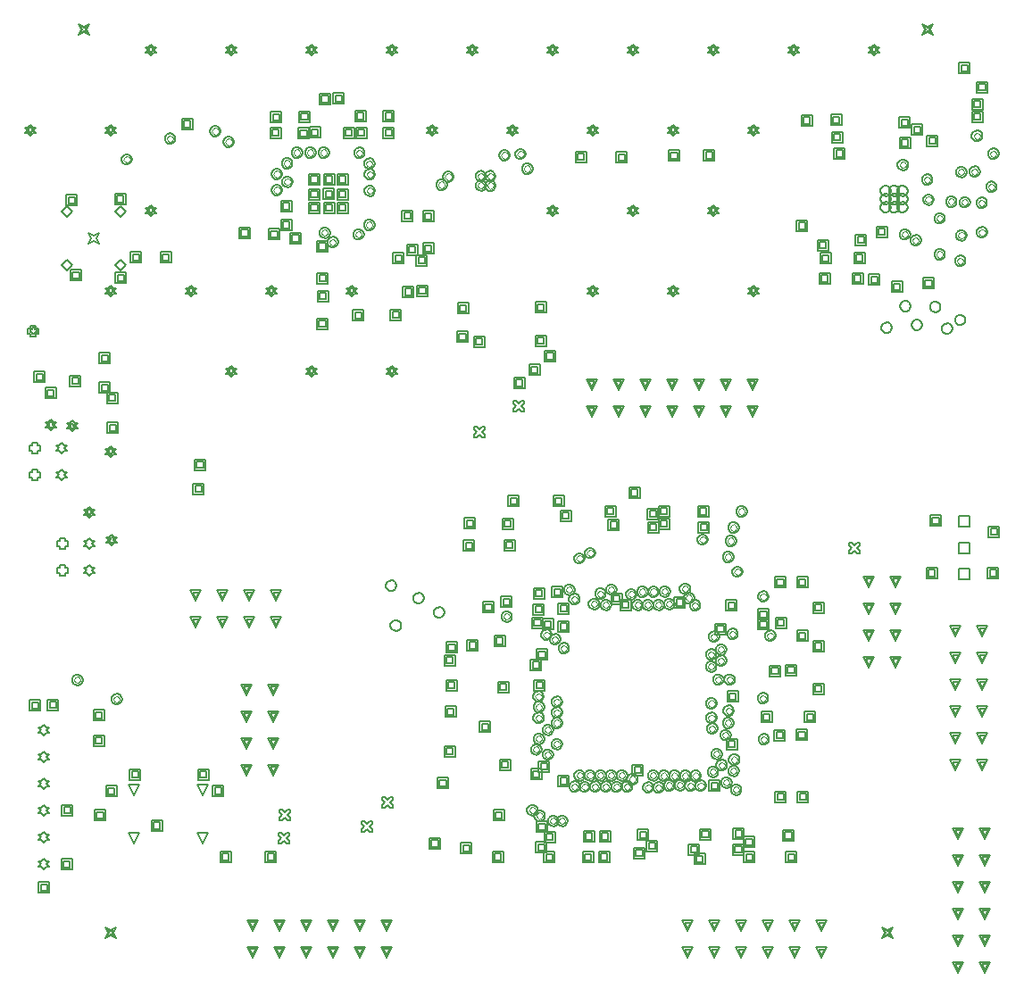
<source format=gbr>
G04*
G04 #@! TF.GenerationSoftware,Altium Limited,Altium Designer,25.1.2 (22)*
G04*
G04 Layer_Color=2752767*
%FSLAX25Y25*%
%MOIN*%
G70*
G04*
G04 #@! TF.SameCoordinates,893A5706-FB09-4F9C-B22B-F6CD489B59D5*
G04*
G04*
G04 #@! TF.FilePolarity,Positive*
G04*
G01*
G75*
%ADD18C,0.00500*%
%ADD145C,0.00667*%
%ADD146C,0.00400*%
D18*
X331700Y324100D02*
X329700Y328100D01*
X333700D01*
X331700Y324100D01*
Y324900D02*
X330500Y327300D01*
X332900D01*
X331700Y324900D01*
Y334100D02*
X329700Y338100D01*
X333700D01*
X331700Y334100D01*
Y334900D02*
X330500Y337300D01*
X332900D01*
X331700Y334900D01*
X321700Y324100D02*
X319700Y328100D01*
X323700D01*
X321700Y324100D01*
Y324900D02*
X320500Y327300D01*
X322900D01*
X321700Y324900D01*
Y334100D02*
X319700Y338100D01*
X323700D01*
X321700Y334100D01*
Y334900D02*
X320500Y337300D01*
X322900D01*
X321700Y334900D01*
X311700Y324100D02*
X309700Y328100D01*
X313700D01*
X311700Y324100D01*
Y324900D02*
X310500Y327300D01*
X312900D01*
X311700Y324900D01*
Y334100D02*
X309700Y338100D01*
X313700D01*
X311700Y334100D01*
Y334900D02*
X310500Y337300D01*
X312900D01*
X311700Y334900D01*
X301700Y324100D02*
X299700Y328100D01*
X303700D01*
X301700Y324100D01*
Y324900D02*
X300500Y327300D01*
X302900D01*
X301700Y324900D01*
Y334100D02*
X299700Y338100D01*
X303700D01*
X301700Y334100D01*
Y334900D02*
X300500Y337300D01*
X302900D01*
X301700Y334900D01*
X535400Y200800D02*
X533400Y204800D01*
X537400D01*
X535400Y200800D01*
Y201600D02*
X534200Y204000D01*
X536600D01*
X535400Y201600D01*
Y210800D02*
X533400Y214800D01*
X537400D01*
X535400Y210800D01*
Y211600D02*
X534200Y214000D01*
X536600D01*
X535400Y211600D01*
X525400Y200800D02*
X523400Y204800D01*
X527400D01*
X525400Y200800D01*
Y201600D02*
X524200Y204000D01*
X526600D01*
X525400Y201600D01*
Y210800D02*
X523400Y214800D01*
X527400D01*
X525400Y210800D01*
Y211600D02*
X524200Y214000D01*
X526600D01*
X525400Y211600D01*
X515400Y200800D02*
X513400Y204800D01*
X517400D01*
X515400Y200800D01*
Y201600D02*
X514200Y204000D01*
X516600D01*
X515400Y201600D01*
Y210800D02*
X513400Y214800D01*
X517400D01*
X515400Y210800D01*
Y211600D02*
X514200Y214000D01*
X516600D01*
X515400Y211600D01*
X505400Y200800D02*
X503400Y204800D01*
X507400D01*
X505400Y200800D01*
Y201600D02*
X504200Y204000D01*
X506600D01*
X505400Y201600D01*
Y210800D02*
X503400Y214800D01*
X507400D01*
X505400Y210800D01*
Y211600D02*
X504200Y214000D01*
X506600D01*
X505400Y211600D01*
X495400Y200800D02*
X493400Y204800D01*
X497400D01*
X495400Y200800D01*
Y201600D02*
X494200Y204000D01*
X496600D01*
X495400Y201600D01*
Y210800D02*
X493400Y214800D01*
X497400D01*
X495400Y210800D01*
Y211600D02*
X494200Y214000D01*
X496600D01*
X495400Y211600D01*
X485400Y200800D02*
X483400Y204800D01*
X487400D01*
X485400Y200800D01*
Y201600D02*
X484200Y204000D01*
X486600D01*
X485400Y201600D01*
Y210800D02*
X483400Y214800D01*
X487400D01*
X485400Y210800D01*
Y211600D02*
X484200Y214000D01*
X486600D01*
X485400Y211600D01*
X586400Y195300D02*
X584400Y199300D01*
X588400D01*
X586400Y195300D01*
Y196100D02*
X585200Y198500D01*
X587600D01*
X586400Y196100D01*
X596400Y195300D02*
X594400Y199300D01*
X598400D01*
X596400Y195300D01*
Y196100D02*
X595200Y198500D01*
X597600D01*
X596400Y196100D01*
X586400Y205300D02*
X584400Y209300D01*
X588400D01*
X586400Y205300D01*
Y206100D02*
X585200Y208500D01*
X587600D01*
X586400Y206100D01*
X596400Y205300D02*
X594400Y209300D01*
X598400D01*
X596400Y205300D01*
Y206100D02*
X595200Y208500D01*
X597600D01*
X596400Y206100D01*
X586400Y215300D02*
X584400Y219300D01*
X588400D01*
X586400Y215300D01*
Y216100D02*
X585200Y218500D01*
X587600D01*
X586400Y216100D01*
X596400Y215300D02*
X594400Y219300D01*
X598400D01*
X596400Y215300D01*
Y216100D02*
X595200Y218500D01*
X597600D01*
X596400Y216100D01*
X586400Y225300D02*
X584400Y229300D01*
X588400D01*
X586400Y225300D01*
Y226100D02*
X585200Y228500D01*
X587600D01*
X586400Y226100D01*
X596400Y225300D02*
X594400Y229300D01*
X598400D01*
X596400Y225300D01*
Y226100D02*
X595200Y228500D01*
X597600D01*
X596400Y226100D01*
X586400Y235300D02*
X584400Y239300D01*
X588400D01*
X586400Y235300D01*
Y236100D02*
X585200Y238500D01*
X587600D01*
X586400Y236100D01*
X596400Y235300D02*
X594400Y239300D01*
X598400D01*
X596400Y235300D01*
Y236100D02*
X595200Y238500D01*
X597600D01*
X596400Y236100D01*
X586400Y245300D02*
X584400Y249300D01*
X588400D01*
X586400Y245300D01*
Y246100D02*
X585200Y248500D01*
X587600D01*
X586400Y246100D01*
X596400Y245300D02*
X594400Y249300D01*
X598400D01*
X596400Y245300D01*
Y246100D02*
X595200Y248500D01*
X597600D01*
X596400Y246100D01*
X595400Y320700D02*
X593400Y324700D01*
X597400D01*
X595400Y320700D01*
Y321500D02*
X594200Y323900D01*
X596600D01*
X595400Y321500D01*
X585400Y320700D02*
X583400Y324700D01*
X587400D01*
X585400Y320700D01*
Y321500D02*
X584200Y323900D01*
X586600D01*
X585400Y321500D01*
X595400Y310700D02*
X593400Y314700D01*
X597400D01*
X595400Y310700D01*
Y311500D02*
X594200Y313900D01*
X596600D01*
X595400Y311500D01*
X585400Y310700D02*
X583400Y314700D01*
X587400D01*
X585400Y310700D01*
Y311500D02*
X584200Y313900D01*
X586600D01*
X585400Y311500D01*
X595400Y300700D02*
X593400Y304700D01*
X597400D01*
X595400Y300700D01*
Y301500D02*
X594200Y303900D01*
X596600D01*
X595400Y301500D01*
X585400Y300700D02*
X583400Y304700D01*
X587400D01*
X585400Y300700D01*
Y301500D02*
X584200Y303900D01*
X586600D01*
X585400Y301500D01*
X595400Y290700D02*
X593400Y294700D01*
X597400D01*
X595400Y290700D01*
Y291500D02*
X594200Y293900D01*
X596600D01*
X595400Y291500D01*
X585400Y290700D02*
X583400Y294700D01*
X587400D01*
X585400Y290700D01*
Y291500D02*
X584200Y293900D01*
X586600D01*
X585400Y291500D01*
X595400Y280700D02*
X593400Y284700D01*
X597400D01*
X595400Y280700D01*
Y281500D02*
X594200Y283900D01*
X596600D01*
X595400Y281500D01*
X585400Y280700D02*
X583400Y284700D01*
X587400D01*
X585400Y280700D01*
Y281500D02*
X584200Y283900D01*
X586600D01*
X585400Y281500D01*
X595400Y270700D02*
X593400Y274700D01*
X597400D01*
X595400Y270700D01*
Y271500D02*
X594200Y273900D01*
X596600D01*
X595400Y271500D01*
X585400Y270700D02*
X583400Y274700D01*
X587400D01*
X585400Y270700D01*
Y271500D02*
X584200Y273900D01*
X586600D01*
X585400Y271500D01*
X373000Y201000D02*
X371000Y205000D01*
X375000D01*
X373000Y201000D01*
Y201800D02*
X371800Y204200D01*
X374200D01*
X373000Y201800D01*
Y211000D02*
X371000Y215000D01*
X375000D01*
X373000Y211000D01*
Y211800D02*
X371800Y214200D01*
X374200D01*
X373000Y211800D01*
X363000Y201000D02*
X361000Y205000D01*
X365000D01*
X363000Y201000D01*
Y201800D02*
X361800Y204200D01*
X364200D01*
X363000Y201800D01*
Y211000D02*
X361000Y215000D01*
X365000D01*
X363000Y211000D01*
Y211800D02*
X361800Y214200D01*
X364200D01*
X363000Y211800D01*
X353000Y201000D02*
X351000Y205000D01*
X355000D01*
X353000Y201000D01*
Y201800D02*
X351800Y204200D01*
X354200D01*
X353000Y201800D01*
Y211000D02*
X351000Y215000D01*
X355000D01*
X353000Y211000D01*
Y211800D02*
X351800Y214200D01*
X354200D01*
X353000Y211800D01*
X343000Y201000D02*
X341000Y205000D01*
X345000D01*
X343000Y201000D01*
Y201800D02*
X341800Y204200D01*
X344200D01*
X343000Y201800D01*
Y211000D02*
X341000Y215000D01*
X345000D01*
X343000Y211000D01*
Y211800D02*
X341800Y214200D01*
X344200D01*
X343000Y211800D01*
X333000Y201000D02*
X331000Y205000D01*
X335000D01*
X333000Y201000D01*
Y201800D02*
X331800Y204200D01*
X334200D01*
X333000Y201800D01*
Y211000D02*
X331000Y215000D01*
X335000D01*
X333000Y211000D01*
Y211800D02*
X331800Y214200D01*
X334200D01*
X333000Y211800D01*
X323000Y201000D02*
X321000Y205000D01*
X325000D01*
X323000Y201000D01*
Y201800D02*
X321800Y204200D01*
X324200D01*
X323000Y201800D01*
Y211000D02*
X321000Y215000D01*
X325000D01*
X323000Y211000D01*
Y211800D02*
X321800Y214200D01*
X324200D01*
X323000Y211800D01*
X557900Y208200D02*
X558900Y210200D01*
X557900Y212200D01*
X559900Y211200D01*
X561900Y212200D01*
X560900Y210200D01*
X561900Y208200D01*
X559900Y209200D01*
X557900Y208200D01*
X558700Y209000D02*
X559300Y210200D01*
X558700Y211400D01*
X559900Y210800D01*
X561100Y211400D01*
X560500Y210200D01*
X561100Y209000D01*
X559900Y209600D01*
X558700Y209000D01*
X267900Y208100D02*
X268900Y210100D01*
X267900Y212100D01*
X269900Y211100D01*
X271900Y212100D01*
X270900Y210100D01*
X271900Y208100D01*
X269900Y209100D01*
X267900Y208100D01*
X268700Y208900D02*
X269300Y210100D01*
X268700Y211300D01*
X269900Y210700D01*
X271100Y211300D01*
X270500Y210100D01*
X271100Y208900D01*
X269900Y209500D01*
X268700Y208900D01*
X320700Y269000D02*
X318700Y273000D01*
X322700D01*
X320700Y269000D01*
Y269800D02*
X319500Y272200D01*
X321900D01*
X320700Y269800D01*
X330700Y269000D02*
X328700Y273000D01*
X332700D01*
X330700Y269000D01*
Y269800D02*
X329500Y272200D01*
X331900D01*
X330700Y269800D01*
X320700Y279000D02*
X318700Y283000D01*
X322700D01*
X320700Y279000D01*
Y279800D02*
X319500Y282200D01*
X321900D01*
X320700Y279800D01*
X330700Y279000D02*
X328700Y283000D01*
X332700D01*
X330700Y279000D01*
Y279800D02*
X329500Y282200D01*
X331900D01*
X330700Y279800D01*
X320700Y289000D02*
X318700Y293000D01*
X322700D01*
X320700Y289000D01*
Y289800D02*
X319500Y292200D01*
X321900D01*
X320700Y289800D01*
X330700Y289000D02*
X328700Y293000D01*
X332700D01*
X330700Y289000D01*
Y289800D02*
X329500Y292200D01*
X331900D01*
X330700Y289800D01*
X320700Y299000D02*
X318700Y303000D01*
X322700D01*
X320700Y299000D01*
Y299800D02*
X319500Y302200D01*
X321900D01*
X320700Y299800D01*
X330700Y299000D02*
X328700Y303000D01*
X332700D01*
X330700Y299000D01*
Y299800D02*
X329500Y302200D01*
X331900D01*
X330700Y299800D01*
X563128Y339165D02*
X561128Y343165D01*
X565128D01*
X563128Y339165D01*
Y339965D02*
X561928Y342365D01*
X564328D01*
X563128Y339965D01*
X553128Y339165D02*
X551128Y343165D01*
X555128D01*
X553128Y339165D01*
Y339965D02*
X551928Y342365D01*
X554328D01*
X553128Y339965D01*
X563128Y329165D02*
X561128Y333165D01*
X565128D01*
X563128Y329165D01*
Y329965D02*
X561928Y332365D01*
X564328D01*
X563128Y329965D01*
X553128Y329165D02*
X551128Y333165D01*
X555128D01*
X553128Y329165D01*
Y329965D02*
X551928Y332365D01*
X554328D01*
X553128Y329965D01*
X563128Y319165D02*
X561128Y323165D01*
X565128D01*
X563128Y319165D01*
Y319965D02*
X561928Y322365D01*
X564328D01*
X563128Y319965D01*
X553128Y319165D02*
X551128Y323165D01*
X555128D01*
X553128Y319165D01*
Y319965D02*
X551928Y322365D01*
X554328D01*
X553128Y319965D01*
X563128Y309165D02*
X561128Y313165D01*
X565128D01*
X563128Y309165D01*
Y309965D02*
X561928Y312365D01*
X564328D01*
X563128Y309965D01*
X553128Y309165D02*
X551128Y313165D01*
X555128D01*
X553128Y309165D01*
Y309965D02*
X551928Y312365D01*
X554328D01*
X553128Y309965D01*
X545600Y351900D02*
X546600D01*
X547600Y352900D01*
X548600Y351900D01*
X549600D01*
Y352900D01*
X548600Y353900D01*
X549600Y354900D01*
Y355900D01*
X548600D01*
X547600Y354900D01*
X546600Y355900D01*
X545600D01*
Y354900D01*
X546600Y353900D01*
X545600Y352900D01*
Y351900D01*
X332900Y252100D02*
X333900D01*
X334900Y253100D01*
X335900Y252100D01*
X336900D01*
Y253100D01*
X335900Y254100D01*
X336900Y255100D01*
Y256100D01*
X335900D01*
X334900Y255100D01*
X333900Y256100D01*
X332900D01*
Y255100D01*
X333900Y254100D01*
X332900Y253100D01*
Y252100D01*
X363700Y247800D02*
X364700D01*
X365700Y248800D01*
X366700Y247800D01*
X367700D01*
Y248800D01*
X366700Y249800D01*
X367700Y250800D01*
Y251800D01*
X366700D01*
X365700Y250800D01*
X364700Y251800D01*
X363700D01*
Y250800D01*
X364700Y249800D01*
X363700Y248800D01*
Y247800D01*
X371300Y257000D02*
X372300D01*
X373300Y258000D01*
X374300Y257000D01*
X375300D01*
Y258000D01*
X374300Y259000D01*
X375300Y260000D01*
Y261000D01*
X374300D01*
X373300Y260000D01*
X372300Y261000D01*
X371300D01*
Y260000D01*
X372300Y259000D01*
X371300Y258000D01*
Y257000D01*
X278705Y261358D02*
X276705Y265358D01*
X280705D01*
X278705Y261358D01*
X304295D02*
X302295Y265358D01*
X306295D01*
X304295Y261358D01*
Y243642D02*
X302295Y247642D01*
X306295D01*
X304295Y243642D01*
X278705D02*
X276705Y247642D01*
X280705D01*
X278705Y243642D01*
X572900Y545500D02*
X573900Y547500D01*
X572900Y549500D01*
X574900Y548500D01*
X576900Y549500D01*
X575900Y547500D01*
X576900Y545500D01*
X574900Y546500D01*
X572900Y545500D01*
X573700Y546300D02*
X574300Y547500D01*
X573700Y548700D01*
X574900Y548100D01*
X576100Y548700D01*
X575500Y547500D01*
X576100Y546300D01*
X574900Y546900D01*
X573700Y546300D01*
X257900Y545500D02*
X258900Y547500D01*
X257900Y549500D01*
X259900Y548500D01*
X261900Y549500D01*
X260900Y547500D01*
X261900Y545500D01*
X259900Y546500D01*
X257900Y545500D01*
X258700Y546300D02*
X259300Y547500D01*
X258700Y548700D01*
X259900Y548100D01*
X261100Y548700D01*
X260500Y547500D01*
X261100Y546300D01*
X259900Y546900D01*
X258700Y546300D01*
X449600Y412900D02*
X447600Y416900D01*
X451600D01*
X449600Y412900D01*
Y413700D02*
X448400Y416100D01*
X450800D01*
X449600Y413700D01*
Y402900D02*
X447600Y406900D01*
X451600D01*
X449600Y402900D01*
Y403700D02*
X448400Y406100D01*
X450800D01*
X449600Y403700D01*
X459600Y412900D02*
X457600Y416900D01*
X461600D01*
X459600Y412900D01*
Y413700D02*
X458400Y416100D01*
X460800D01*
X459600Y413700D01*
Y402900D02*
X457600Y406900D01*
X461600D01*
X459600Y402900D01*
Y403700D02*
X458400Y406100D01*
X460800D01*
X459600Y403700D01*
X469600Y412900D02*
X467600Y416900D01*
X471600D01*
X469600Y412900D01*
Y413700D02*
X468400Y416100D01*
X470800D01*
X469600Y413700D01*
Y402900D02*
X467600Y406900D01*
X471600D01*
X469600Y402900D01*
Y403700D02*
X468400Y406100D01*
X470800D01*
X469600Y403700D01*
X479600Y412900D02*
X477600Y416900D01*
X481600D01*
X479600Y412900D01*
Y413700D02*
X478400Y416100D01*
X480800D01*
X479600Y413700D01*
Y402900D02*
X477600Y406900D01*
X481600D01*
X479600Y402900D01*
Y403700D02*
X478400Y406100D01*
X480800D01*
X479600Y403700D01*
X489600Y412900D02*
X487600Y416900D01*
X491600D01*
X489600Y412900D01*
Y413700D02*
X488400Y416100D01*
X490800D01*
X489600Y413700D01*
Y402900D02*
X487600Y406900D01*
X491600D01*
X489600Y402900D01*
Y403700D02*
X488400Y406100D01*
X490800D01*
X489600Y403700D01*
X499600Y412900D02*
X497600Y416900D01*
X501600D01*
X499600Y412900D01*
Y413700D02*
X498400Y416100D01*
X500800D01*
X499600Y413700D01*
Y402900D02*
X497600Y406900D01*
X501600D01*
X499600Y402900D01*
Y403700D02*
X498400Y406100D01*
X500800D01*
X499600Y403700D01*
X509600Y412900D02*
X507600Y416900D01*
X511600D01*
X509600Y412900D01*
Y413700D02*
X508400Y416100D01*
X510800D01*
X509600Y413700D01*
Y402900D02*
X507600Y406900D01*
X511600D01*
X509600Y402900D01*
Y403700D02*
X508400Y406100D01*
X510800D01*
X509600Y403700D01*
X586700Y342158D02*
Y346158D01*
X590700D01*
Y342158D01*
X586700D01*
Y361842D02*
Y365843D01*
X590700D01*
Y361842D01*
X586700D01*
Y352000D02*
Y356000D01*
X590700D01*
Y352000D01*
X586700D01*
X262000Y353500D02*
X263000Y354500D01*
X264000D01*
X263000Y355500D01*
X264000Y356500D01*
X263000D01*
X262000Y357500D01*
X261000Y356500D01*
X260000D01*
X261000Y355500D01*
X260000Y354500D01*
X261000D01*
X262000Y353500D01*
Y343500D02*
X263000Y344500D01*
X264000D01*
X263000Y345500D01*
X264000Y346500D01*
X263000D01*
X262000Y347500D01*
X261000Y346500D01*
X260000D01*
X261000Y345500D01*
X260000Y344500D01*
X261000D01*
X262000Y343500D01*
X251000Y354500D02*
Y353500D01*
X253000D01*
Y354500D01*
X254000D01*
Y356500D01*
X253000D01*
Y357500D01*
X251000D01*
Y356500D01*
X250000D01*
Y354500D01*
X251000D01*
Y344500D02*
Y343500D01*
X253000D01*
Y344500D01*
X254000D01*
Y346500D01*
X253000D01*
Y347500D01*
X251000D01*
Y346500D01*
X250000D01*
Y344500D01*
X251000D01*
X332800Y243600D02*
X333800D01*
X334800Y244600D01*
X335800Y243600D01*
X336800D01*
Y244600D01*
X335800Y245600D01*
X336800Y246600D01*
Y247600D01*
X335800D01*
X334800Y246600D01*
X333800Y247600D01*
X332800D01*
Y246600D01*
X333800Y245600D01*
X332800Y244600D01*
Y243600D01*
X405500Y395200D02*
X406500D01*
X407500Y396200D01*
X408500Y395200D01*
X409500D01*
Y396200D01*
X408500Y397200D01*
X409500Y398200D01*
Y399200D01*
X408500D01*
X407500Y398200D01*
X406500Y399200D01*
X405500D01*
Y398200D01*
X406500Y397200D01*
X405500Y396200D01*
Y395200D01*
X420447Y404900D02*
X421447D01*
X422447Y405900D01*
X423447Y404900D01*
X424447D01*
Y405900D01*
X423447Y406900D01*
X424447Y407900D01*
Y408900D01*
X423447D01*
X422447Y407900D01*
X421447Y408900D01*
X420447D01*
Y407900D01*
X421447Y406900D01*
X420447Y405900D01*
Y404900D01*
X271500Y479500D02*
X273500Y481500D01*
X275500Y479500D01*
X273500Y477500D01*
X271500Y479500D01*
X251500D02*
X253500Y481500D01*
X255500Y479500D01*
X253500Y477500D01*
X251500Y479500D01*
Y459500D02*
X253500Y461500D01*
X255500Y459500D01*
X253500Y457500D01*
X251500Y459500D01*
X271500D02*
X273500Y461500D01*
X275500Y459500D01*
X273500Y457500D01*
X271500Y459500D01*
X261500Y467500D02*
X262500Y469500D01*
X261500Y471500D01*
X263500Y470500D01*
X265500Y471500D01*
X264500Y469500D01*
X265500Y467500D01*
X263500Y468500D01*
X261500Y467500D01*
X240700Y390100D02*
Y389100D01*
X242700D01*
Y390100D01*
X243700D01*
Y392100D01*
X242700D01*
Y393100D01*
X240700D01*
Y392100D01*
X239700D01*
Y390100D01*
X240700D01*
Y380100D02*
Y379100D01*
X242700D01*
Y380100D01*
X243700D01*
Y382100D01*
X242700D01*
Y383100D01*
X240700D01*
Y382100D01*
X239700D01*
Y380100D01*
X240700D01*
X251700Y379100D02*
X252700Y380100D01*
X253700D01*
X252700Y381100D01*
X253700Y382100D01*
X252700D01*
X251700Y383100D01*
X250700Y382100D01*
X249700D01*
X250700Y381100D01*
X249700Y380100D01*
X250700D01*
X251700Y379100D01*
Y389100D02*
X252700Y390100D01*
X253700D01*
X252700Y391100D01*
X253700Y392100D01*
X252700D01*
X251700Y393100D01*
X250700Y392100D01*
X249700D01*
X250700Y391100D01*
X249700Y390100D01*
X250700D01*
X251700Y389100D01*
X245100Y253900D02*
X246100Y254900D01*
X247100D01*
X246100Y255900D01*
X247100Y256900D01*
X246100D01*
X245100Y257900D01*
X244100Y256900D01*
X243100D01*
X244100Y255900D01*
X243100Y254900D01*
X244100D01*
X245100Y253900D01*
Y273900D02*
X246100Y274900D01*
X247100D01*
X246100Y275900D01*
X247100Y276900D01*
X246100D01*
X245100Y277900D01*
X244100Y276900D01*
X243100D01*
X244100Y275900D01*
X243100Y274900D01*
X244100D01*
X245100Y273900D01*
Y263900D02*
X246100Y264900D01*
X247100D01*
X246100Y265900D01*
X247100Y266900D01*
X246100D01*
X245100Y267900D01*
X244100Y266900D01*
X243100D01*
X244100Y265900D01*
X243100Y264900D01*
X244100D01*
X245100Y263900D01*
Y243900D02*
X246100Y244900D01*
X247100D01*
X246100Y245900D01*
X247100Y246900D01*
X246100D01*
X245100Y247900D01*
X244100Y246900D01*
X243100D01*
X244100Y245900D01*
X243100Y244900D01*
X244100D01*
X245100Y243900D01*
Y283900D02*
X246100Y284900D01*
X247100D01*
X246100Y285900D01*
X247100Y286900D01*
X246100D01*
X245100Y287900D01*
X244100Y286900D01*
X243100D01*
X244100Y285900D01*
X243100Y284900D01*
X244100D01*
X245100Y283900D01*
Y233900D02*
X246100Y234900D01*
X247100D01*
X246100Y235900D01*
X247100Y236900D01*
X246100D01*
X245100Y237900D01*
X244100Y236900D01*
X243100D01*
X244100Y235900D01*
X243100Y234900D01*
X244100D01*
X245100Y233900D01*
X493462Y263085D02*
Y267085D01*
X497462D01*
Y263085D01*
X493462D01*
X494262Y263885D02*
Y266285D01*
X496662D01*
Y263885D01*
X494262D01*
X437128Y329262D02*
Y333262D01*
X441128D01*
Y329262D01*
X437128D01*
X437928Y330062D02*
Y332462D01*
X440328D01*
Y330062D01*
X437928D01*
X437100Y322488D02*
Y326488D01*
X441100D01*
Y322488D01*
X437100D01*
X437900Y323288D02*
Y325688D01*
X440300D01*
Y323288D01*
X437900D01*
X427297Y323906D02*
Y327906D01*
X431297D01*
Y323906D01*
X427297D01*
X428097Y324706D02*
Y327106D01*
X430498D01*
Y324706D01*
X428097D01*
X431220Y323356D02*
Y327356D01*
X435220D01*
Y323356D01*
X431220D01*
X432020Y324156D02*
Y326556D01*
X434420D01*
Y324156D01*
X432020D01*
X495630Y321578D02*
Y325578D01*
X499630D01*
Y321578D01*
X495630D01*
X496430Y322378D02*
Y324778D01*
X498830D01*
Y322378D01*
X496430D01*
X460197Y330588D02*
Y334588D01*
X464197D01*
Y330588D01*
X460197D01*
X460997Y331388D02*
Y333788D01*
X463397D01*
Y331388D01*
X460997D01*
X464700Y269000D02*
Y273000D01*
X468700D01*
Y269000D01*
X464700D01*
X465500Y269800D02*
Y272200D01*
X467900D01*
Y269800D01*
X465500D01*
X437125Y264851D02*
Y268851D01*
X441125D01*
Y264851D01*
X437125D01*
X437925Y265651D02*
Y268051D01*
X440325D01*
Y265651D01*
X437925D01*
X429742Y270265D02*
Y274265D01*
X433743D01*
Y270265D01*
X429742D01*
X430543Y271065D02*
Y273465D01*
X432942D01*
Y271065D01*
X430543D01*
X426880Y267403D02*
Y271403D01*
X430880D01*
Y267403D01*
X426880D01*
X427680Y268203D02*
Y270603D01*
X430080D01*
Y268203D01*
X427680D01*
X428072Y300549D02*
Y304549D01*
X432072D01*
Y300549D01*
X428072D01*
X428872Y301349D02*
Y303749D01*
X431272D01*
Y301349D01*
X428872D01*
X429000Y312095D02*
Y316095D01*
X433000D01*
Y312095D01*
X429000D01*
X429800Y312895D02*
Y315295D01*
X432200D01*
Y312895D01*
X429800D01*
X426700Y308158D02*
Y312158D01*
X430700D01*
Y308158D01*
X426700D01*
X427500Y308958D02*
Y311358D01*
X429900D01*
Y308958D01*
X427500D01*
X264000Y252100D02*
Y256100D01*
X268000D01*
Y252100D01*
X264000D01*
X264800Y252900D02*
Y255300D01*
X267200D01*
Y252900D01*
X264800D01*
X285200Y248169D02*
Y252169D01*
X289200D01*
Y248169D01*
X285200D01*
X286000Y248969D02*
Y251369D01*
X288400D01*
Y248969D01*
X286000D01*
X517966Y339050D02*
Y343050D01*
X521966D01*
Y339050D01*
X517966D01*
X518766Y339850D02*
Y342250D01*
X521166D01*
Y339850D01*
X518766D01*
X526160Y339050D02*
Y343050D01*
X530160D01*
Y339050D01*
X526160D01*
X526960Y339850D02*
Y342250D01*
X529360D01*
Y339850D01*
X526960D01*
X480400Y331500D02*
Y335500D01*
X484400D01*
Y331500D01*
X480400D01*
X481200Y332300D02*
Y334700D01*
X483600D01*
Y332300D01*
X481200D01*
X463500Y372500D02*
Y376500D01*
X467500D01*
Y372500D01*
X463500D01*
X464300Y373300D02*
Y375700D01*
X466700D01*
Y373300D01*
X464300D01*
X455800Y360500D02*
Y364500D01*
X459800D01*
Y360500D01*
X455800D01*
X456600Y361300D02*
Y363700D01*
X459000D01*
Y361300D01*
X456600D01*
X454500Y365600D02*
Y369600D01*
X458500D01*
Y365600D01*
X454500D01*
X455300Y366400D02*
Y368800D01*
X457700D01*
Y366400D01*
X455300D01*
X474500Y365600D02*
Y369600D01*
X478500D01*
Y365600D01*
X474500D01*
X475300Y366400D02*
Y368800D01*
X477700D01*
Y366400D01*
X475300D01*
X474527Y361000D02*
Y365000D01*
X478527D01*
Y361000D01*
X474527D01*
X475327Y361800D02*
Y364200D01*
X477727D01*
Y361800D01*
X475327D01*
X470400Y364600D02*
Y368600D01*
X474400D01*
Y364600D01*
X470400D01*
X471200Y365400D02*
Y367800D01*
X473600D01*
Y365400D01*
X471200D01*
X470590Y359600D02*
Y363600D01*
X474590D01*
Y359600D01*
X470590D01*
X471390Y360400D02*
Y362800D01*
X473790D01*
Y360400D01*
X471390D01*
X456810Y332900D02*
Y336900D01*
X460810D01*
Y332900D01*
X456810D01*
X457610Y333700D02*
Y336100D01*
X460010D01*
Y333700D01*
X457610D01*
X532200Y315168D02*
Y319168D01*
X536200D01*
Y315168D01*
X532200D01*
X533000Y315968D02*
Y318369D01*
X535400D01*
Y315968D01*
X533000D01*
X511651Y323356D02*
Y327356D01*
X515651D01*
Y323356D01*
X511651D01*
X512451Y324156D02*
Y326556D01*
X514851D01*
Y324156D01*
X512451D01*
X511651Y327143D02*
Y331142D01*
X515651D01*
Y327143D01*
X511651D01*
X512451Y327942D02*
Y330343D01*
X514851D01*
Y327942D01*
X512451D01*
X518226Y323906D02*
Y327906D01*
X522226D01*
Y323906D01*
X518226D01*
X519026Y324706D02*
Y327106D01*
X521426D01*
Y324706D01*
X519026D01*
X526200Y319100D02*
Y323100D01*
X530200D01*
Y319100D01*
X526200D01*
X527000Y319900D02*
Y322300D01*
X529400D01*
Y319900D01*
X527000D01*
X522074Y236400D02*
Y240400D01*
X526074D01*
Y236400D01*
X522074D01*
X522874Y237200D02*
Y239600D01*
X525274D01*
Y237200D01*
X522874D01*
X502282Y239272D02*
Y243272D01*
X506283D01*
Y239272D01*
X502282D01*
X503083Y240072D02*
Y242472D01*
X505482D01*
Y240072D01*
X503083D01*
X470040Y240553D02*
Y244553D01*
X474040D01*
Y240553D01*
X470040D01*
X470840Y241353D02*
Y243753D01*
X473240D01*
Y241353D01*
X470840D01*
X485788Y239272D02*
Y243272D01*
X489788D01*
Y239272D01*
X485788D01*
X486588Y240072D02*
Y242472D01*
X488988D01*
Y240072D01*
X486588D01*
X487855Y235728D02*
Y239728D01*
X491855D01*
Y235728D01*
X487855D01*
X488655Y236528D02*
Y238928D01*
X491055D01*
Y236528D01*
X488655D01*
X510000Y448000D02*
X511000Y449000D01*
X512000D01*
X511000Y450000D01*
X512000Y451000D01*
X511000D01*
X510000Y452000D01*
X509000Y451000D01*
X508000D01*
X509000Y450000D01*
X508000Y449000D01*
X509000D01*
X510000Y448000D01*
Y448800D02*
X510600Y449400D01*
X511200D01*
X510600Y450000D01*
X511200Y450600D01*
X510600D01*
X510000Y451200D01*
X509400Y450600D01*
X508800D01*
X509400Y450000D01*
X508800Y449400D01*
X509400D01*
X510000Y448800D01*
X270000Y388000D02*
X271000Y389000D01*
X272000D01*
X271000Y390000D01*
X272000Y391000D01*
X271000D01*
X270000Y392000D01*
X269000Y391000D01*
X268000D01*
X269000Y390000D01*
X268000Y389000D01*
X269000D01*
X270000Y388000D01*
Y388800D02*
X270600Y389400D01*
X271200D01*
X270600Y390000D01*
X271200Y390600D01*
X270600D01*
X270000Y391200D01*
X269400Y390600D01*
X268800D01*
X269400Y390000D01*
X268800Y389400D01*
X269400D01*
X270000Y388800D01*
X240000Y508000D02*
X241000Y509000D01*
X242000D01*
X241000Y510000D01*
X242000Y511000D01*
X241000D01*
X240000Y512000D01*
X239000Y511000D01*
X238000D01*
X239000Y510000D01*
X238000Y509000D01*
X239000D01*
X240000Y508000D01*
Y508800D02*
X240600Y509400D01*
X241200D01*
X240600Y510000D01*
X241200Y510600D01*
X240600D01*
X240000Y511200D01*
X239400Y510600D01*
X238800D01*
X239400Y510000D01*
X238800Y509400D01*
X239400D01*
X240000Y508800D01*
X450000Y448000D02*
X451000Y449000D01*
X452000D01*
X451000Y450000D01*
X452000Y451000D01*
X451000D01*
X450000Y452000D01*
X449000Y451000D01*
X448000D01*
X449000Y450000D01*
X448000Y449000D01*
X449000D01*
X450000Y448000D01*
Y448800D02*
X450600Y449400D01*
X451200D01*
X450600Y450000D01*
X451200Y450600D01*
X450600D01*
X450000Y451200D01*
X449400Y450600D01*
X448800D01*
X449400Y450000D01*
X448800Y449400D01*
X449400D01*
X450000Y448800D01*
X375000Y538000D02*
X376000Y539000D01*
X377000D01*
X376000Y540000D01*
X377000Y541000D01*
X376000D01*
X375000Y542000D01*
X374000Y541000D01*
X373000D01*
X374000Y540000D01*
X373000Y539000D01*
X374000D01*
X375000Y538000D01*
Y538800D02*
X375600Y539400D01*
X376200D01*
X375600Y540000D01*
X376200Y540600D01*
X375600D01*
X375000Y541200D01*
X374400Y540600D01*
X373800D01*
X374400Y540000D01*
X373800Y539400D01*
X374400D01*
X375000Y538800D01*
X480000Y508000D02*
X481000Y509000D01*
X482000D01*
X481000Y510000D01*
X482000Y511000D01*
X481000D01*
X480000Y512000D01*
X479000Y511000D01*
X478000D01*
X479000Y510000D01*
X478000Y509000D01*
X479000D01*
X480000Y508000D01*
Y508800D02*
X480600Y509400D01*
X481200D01*
X480600Y510000D01*
X481200Y510600D01*
X480600D01*
X480000Y511200D01*
X479400Y510600D01*
X478800D01*
X479400Y510000D01*
X478800Y509400D01*
X479400D01*
X480000Y508800D01*
X300000Y448000D02*
X301000Y449000D01*
X302000D01*
X301000Y450000D01*
X302000Y451000D01*
X301000D01*
X300000Y452000D01*
X299000Y451000D01*
X298000D01*
X299000Y450000D01*
X298000Y449000D01*
X299000D01*
X300000Y448000D01*
Y448800D02*
X300600Y449400D01*
X301200D01*
X300600Y450000D01*
X301200Y450600D01*
X300600D01*
X300000Y451200D01*
X299400Y450600D01*
X298800D01*
X299400Y450000D01*
X298800Y449400D01*
X299400D01*
X300000Y448800D01*
X450000Y508000D02*
X451000Y509000D01*
X452000D01*
X451000Y510000D01*
X452000Y511000D01*
X451000D01*
X450000Y512000D01*
X449000Y511000D01*
X448000D01*
X449000Y510000D01*
X448000Y509000D01*
X449000D01*
X450000Y508000D01*
Y508800D02*
X450600Y509400D01*
X451200D01*
X450600Y510000D01*
X451200Y510600D01*
X450600D01*
X450000Y511200D01*
X449400Y510600D01*
X448800D01*
X449400Y510000D01*
X448800Y509400D01*
X449400D01*
X450000Y508800D01*
X270000Y508000D02*
X271000Y509000D01*
X272000D01*
X271000Y510000D01*
X272000Y511000D01*
X271000D01*
X270000Y512000D01*
X269000Y511000D01*
X268000D01*
X269000Y510000D01*
X268000Y509000D01*
X269000D01*
X270000Y508000D01*
Y508800D02*
X270600Y509400D01*
X271200D01*
X270600Y510000D01*
X271200Y510600D01*
X270600D01*
X270000Y511200D01*
X269400Y510600D01*
X268800D01*
X269400Y510000D01*
X268800Y509400D01*
X269400D01*
X270000Y508800D01*
X285000Y478000D02*
X286000Y479000D01*
X287000D01*
X286000Y480000D01*
X287000Y481000D01*
X286000D01*
X285000Y482000D01*
X284000Y481000D01*
X283000D01*
X284000Y480000D01*
X283000Y479000D01*
X284000D01*
X285000Y478000D01*
Y478800D02*
X285600Y479400D01*
X286200D01*
X285600Y480000D01*
X286200Y480600D01*
X285600D01*
X285000Y481200D01*
X284400Y480600D01*
X283800D01*
X284400Y480000D01*
X283800Y479400D01*
X284400D01*
X285000Y478800D01*
X360000Y448000D02*
X361000Y449000D01*
X362000D01*
X361000Y450000D01*
X362000Y451000D01*
X361000D01*
X360000Y452000D01*
X359000Y451000D01*
X358000D01*
X359000Y450000D01*
X358000Y449000D01*
X359000D01*
X360000Y448000D01*
Y448800D02*
X360600Y449400D01*
X361200D01*
X360600Y450000D01*
X361200Y450600D01*
X360600D01*
X360000Y451200D01*
X359400Y450600D01*
X358800D01*
X359400Y450000D01*
X358800Y449400D01*
X359400D01*
X360000Y448800D01*
X510000Y508000D02*
X511000Y509000D01*
X512000D01*
X511000Y510000D01*
X512000Y511000D01*
X511000D01*
X510000Y512000D01*
X509000Y511000D01*
X508000D01*
X509000Y510000D01*
X508000Y509000D01*
X509000D01*
X510000Y508000D01*
Y508800D02*
X510600Y509400D01*
X511200D01*
X510600Y510000D01*
X511200Y510600D01*
X510600D01*
X510000Y511200D01*
X509400Y510600D01*
X508800D01*
X509400Y510000D01*
X508800Y509400D01*
X509400D01*
X510000Y508800D01*
X465000Y538000D02*
X466000Y539000D01*
X467000D01*
X466000Y540000D01*
X467000Y541000D01*
X466000D01*
X465000Y542000D01*
X464000Y541000D01*
X463000D01*
X464000Y540000D01*
X463000Y539000D01*
X464000D01*
X465000Y538000D01*
Y538800D02*
X465600Y539400D01*
X466200D01*
X465600Y540000D01*
X466200Y540600D01*
X465600D01*
X465000Y541200D01*
X464400Y540600D01*
X463800D01*
X464400Y540000D01*
X463800Y539400D01*
X464400D01*
X465000Y538800D01*
X375000Y418000D02*
X376000Y419000D01*
X377000D01*
X376000Y420000D01*
X377000Y421000D01*
X376000D01*
X375000Y422000D01*
X374000Y421000D01*
X373000D01*
X374000Y420000D01*
X373000Y419000D01*
X374000D01*
X375000Y418000D01*
Y418800D02*
X375600Y419400D01*
X376200D01*
X375600Y420000D01*
X376200Y420600D01*
X375600D01*
X375000Y421200D01*
X374400Y420600D01*
X373800D01*
X374400Y420000D01*
X373800Y419400D01*
X374400D01*
X375000Y418800D01*
X345000Y538000D02*
X346000Y539000D01*
X347000D01*
X346000Y540000D01*
X347000Y541000D01*
X346000D01*
X345000Y542000D01*
X344000Y541000D01*
X343000D01*
X344000Y540000D01*
X343000Y539000D01*
X344000D01*
X345000Y538000D01*
Y538800D02*
X345600Y539400D01*
X346200D01*
X345600Y540000D01*
X346200Y540600D01*
X345600D01*
X345000Y541200D01*
X344400Y540600D01*
X343800D01*
X344400Y540000D01*
X343800Y539400D01*
X344400D01*
X345000Y538800D01*
X480000Y448000D02*
X481000Y449000D01*
X482000D01*
X481000Y450000D01*
X482000Y451000D01*
X481000D01*
X480000Y452000D01*
X479000Y451000D01*
X478000D01*
X479000Y450000D01*
X478000Y449000D01*
X479000D01*
X480000Y448000D01*
Y448800D02*
X480600Y449400D01*
X481200D01*
X480600Y450000D01*
X481200Y450600D01*
X480600D01*
X480000Y451200D01*
X479400Y450600D01*
X478800D01*
X479400Y450000D01*
X478800Y449400D01*
X479400D01*
X480000Y448800D01*
X405000Y538000D02*
X406000Y539000D01*
X407000D01*
X406000Y540000D01*
X407000Y541000D01*
X406000D01*
X405000Y542000D01*
X404000Y541000D01*
X403000D01*
X404000Y540000D01*
X403000Y539000D01*
X404000D01*
X405000Y538000D01*
Y538800D02*
X405600Y539400D01*
X406200D01*
X405600Y540000D01*
X406200Y540600D01*
X405600D01*
X405000Y541200D01*
X404400Y540600D01*
X403800D01*
X404400Y540000D01*
X403800Y539400D01*
X404400D01*
X405000Y538800D01*
X555000Y538000D02*
X556000Y539000D01*
X557000D01*
X556000Y540000D01*
X557000Y541000D01*
X556000D01*
X555000Y542000D01*
X554000Y541000D01*
X553000D01*
X554000Y540000D01*
X553000Y539000D01*
X554000D01*
X555000Y538000D01*
Y538800D02*
X555600Y539400D01*
X556200D01*
X555600Y540000D01*
X556200Y540600D01*
X555600D01*
X555000Y541200D01*
X554400Y540600D01*
X553800D01*
X554400Y540000D01*
X553800Y539400D01*
X554400D01*
X555000Y538800D01*
X315000Y538000D02*
X316000Y539000D01*
X317000D01*
X316000Y540000D01*
X317000Y541000D01*
X316000D01*
X315000Y542000D01*
X314000Y541000D01*
X313000D01*
X314000Y540000D01*
X313000Y539000D01*
X314000D01*
X315000Y538000D01*
Y538800D02*
X315600Y539400D01*
X316200D01*
X315600Y540000D01*
X316200Y540600D01*
X315600D01*
X315000Y541200D01*
X314400Y540600D01*
X313800D01*
X314400Y540000D01*
X313800Y539400D01*
X314400D01*
X315000Y538800D01*
Y418000D02*
X316000Y419000D01*
X317000D01*
X316000Y420000D01*
X317000Y421000D01*
X316000D01*
X315000Y422000D01*
X314000Y421000D01*
X313000D01*
X314000Y420000D01*
X313000Y419000D01*
X314000D01*
X315000Y418000D01*
Y418800D02*
X315600Y419400D01*
X316200D01*
X315600Y420000D01*
X316200Y420600D01*
X315600D01*
X315000Y421200D01*
X314400Y420600D01*
X313800D01*
X314400Y420000D01*
X313800Y419400D01*
X314400D01*
X315000Y418800D01*
X285000Y538000D02*
X286000Y539000D01*
X287000D01*
X286000Y540000D01*
X287000Y541000D01*
X286000D01*
X285000Y542000D01*
X284000Y541000D01*
X283000D01*
X284000Y540000D01*
X283000Y539000D01*
X284000D01*
X285000Y538000D01*
Y538800D02*
X285600Y539400D01*
X286200D01*
X285600Y540000D01*
X286200Y540600D01*
X285600D01*
X285000Y541200D01*
X284400Y540600D01*
X283800D01*
X284400Y540000D01*
X283800Y539400D01*
X284400D01*
X285000Y538800D01*
X330000Y448000D02*
X331000Y449000D01*
X332000D01*
X331000Y450000D01*
X332000Y451000D01*
X331000D01*
X330000Y452000D01*
X329000Y451000D01*
X328000D01*
X329000Y450000D01*
X328000Y449000D01*
X329000D01*
X330000Y448000D01*
Y448800D02*
X330600Y449400D01*
X331200D01*
X330600Y450000D01*
X331200Y450600D01*
X330600D01*
X330000Y451200D01*
X329400Y450600D01*
X328800D01*
X329400Y450000D01*
X328800Y449400D01*
X329400D01*
X330000Y448800D01*
X345000Y418000D02*
X346000Y419000D01*
X347000D01*
X346000Y420000D01*
X347000Y421000D01*
X346000D01*
X345000Y422000D01*
X344000Y421000D01*
X343000D01*
X344000Y420000D01*
X343000Y419000D01*
X344000D01*
X345000Y418000D01*
Y418800D02*
X345600Y419400D01*
X346200D01*
X345600Y420000D01*
X346200Y420600D01*
X345600D01*
X345000Y421200D01*
X344400Y420600D01*
X343800D01*
X344400Y420000D01*
X343800Y419400D01*
X344400D01*
X345000Y418800D01*
X435000Y478000D02*
X436000Y479000D01*
X437000D01*
X436000Y480000D01*
X437000Y481000D01*
X436000D01*
X435000Y482000D01*
X434000Y481000D01*
X433000D01*
X434000Y480000D01*
X433000Y479000D01*
X434000D01*
X435000Y478000D01*
Y478800D02*
X435600Y479400D01*
X436200D01*
X435600Y480000D01*
X436200Y480600D01*
X435600D01*
X435000Y481200D01*
X434400Y480600D01*
X433800D01*
X434400Y480000D01*
X433800Y479400D01*
X434400D01*
X435000Y478800D01*
X270000Y448000D02*
X271000Y449000D01*
X272000D01*
X271000Y450000D01*
X272000Y451000D01*
X271000D01*
X270000Y452000D01*
X269000Y451000D01*
X268000D01*
X269000Y450000D01*
X268000Y449000D01*
X269000D01*
X270000Y448000D01*
Y448800D02*
X270600Y449400D01*
X271200D01*
X270600Y450000D01*
X271200Y450600D01*
X270600D01*
X270000Y451200D01*
X269400Y450600D01*
X268800D01*
X269400Y450000D01*
X268800Y449400D01*
X269400D01*
X270000Y448800D01*
X420000Y508000D02*
X421000Y509000D01*
X422000D01*
X421000Y510000D01*
X422000Y511000D01*
X421000D01*
X420000Y512000D01*
X419000Y511000D01*
X418000D01*
X419000Y510000D01*
X418000Y509000D01*
X419000D01*
X420000Y508000D01*
Y508800D02*
X420600Y509400D01*
X421200D01*
X420600Y510000D01*
X421200Y510600D01*
X420600D01*
X420000Y511200D01*
X419400Y510600D01*
X418800D01*
X419400Y510000D01*
X418800Y509400D01*
X419400D01*
X420000Y508800D01*
X525000Y538000D02*
X526000Y539000D01*
X527000D01*
X526000Y540000D01*
X527000Y541000D01*
X526000D01*
X525000Y542000D01*
X524000Y541000D01*
X523000D01*
X524000Y540000D01*
X523000Y539000D01*
X524000D01*
X525000Y538000D01*
Y538800D02*
X525600Y539400D01*
X526200D01*
X525600Y540000D01*
X526200Y540600D01*
X525600D01*
X525000Y541200D01*
X524400Y540600D01*
X523800D01*
X524400Y540000D01*
X523800Y539400D01*
X524400D01*
X525000Y538800D01*
X495000Y478000D02*
X496000Y479000D01*
X497000D01*
X496000Y480000D01*
X497000Y481000D01*
X496000D01*
X495000Y482000D01*
X494000Y481000D01*
X493000D01*
X494000Y480000D01*
X493000Y479000D01*
X494000D01*
X495000Y478000D01*
Y478800D02*
X495600Y479400D01*
X496200D01*
X495600Y480000D01*
X496200Y480600D01*
X495600D01*
X495000Y481200D01*
X494400Y480600D01*
X493800D01*
X494400Y480000D01*
X493800Y479400D01*
X494400D01*
X495000Y478800D01*
X435000Y538000D02*
X436000Y539000D01*
X437000D01*
X436000Y540000D01*
X437000Y541000D01*
X436000D01*
X435000Y542000D01*
X434000Y541000D01*
X433000D01*
X434000Y540000D01*
X433000Y539000D01*
X434000D01*
X435000Y538000D01*
Y538800D02*
X435600Y539400D01*
X436200D01*
X435600Y540000D01*
X436200Y540600D01*
X435600D01*
X435000Y541200D01*
X434400Y540600D01*
X433800D01*
X434400Y540000D01*
X433800Y539400D01*
X434400D01*
X435000Y538800D01*
X495000Y538000D02*
X496000Y539000D01*
X497000D01*
X496000Y540000D01*
X497000Y541000D01*
X496000D01*
X495000Y542000D01*
X494000Y541000D01*
X493000D01*
X494000Y540000D01*
X493000Y539000D01*
X494000D01*
X495000Y538000D01*
Y538800D02*
X495600Y539400D01*
X496200D01*
X495600Y540000D01*
X496200Y540600D01*
X495600D01*
X495000Y541200D01*
X494400Y540600D01*
X493800D01*
X494400Y540000D01*
X493800Y539400D01*
X494400D01*
X495000Y538800D01*
X465000Y478000D02*
X466000Y479000D01*
X467000D01*
X466000Y480000D01*
X467000Y481000D01*
X466000D01*
X465000Y482000D01*
X464000Y481000D01*
X463000D01*
X464000Y480000D01*
X463000Y479000D01*
X464000D01*
X465000Y478000D01*
Y478800D02*
X465600Y479400D01*
X466200D01*
X465600Y480000D01*
X466200Y480600D01*
X465600D01*
X465000Y481200D01*
X464400Y480600D01*
X463800D01*
X464400Y480000D01*
X463800Y479400D01*
X464400D01*
X465000Y478800D01*
X390000Y508000D02*
X391000Y509000D01*
X392000D01*
X391000Y510000D01*
X392000Y511000D01*
X391000D01*
X390000Y512000D01*
X389000Y511000D01*
X388000D01*
X389000Y510000D01*
X388000Y509000D01*
X389000D01*
X390000Y508000D01*
Y508800D02*
X390600Y509400D01*
X391200D01*
X390600Y510000D01*
X391200Y510600D01*
X390600D01*
X390000Y511200D01*
X389400Y510600D01*
X388800D01*
X389400Y510000D01*
X388800Y509400D01*
X389400D01*
X390000Y508800D01*
X270461Y354761D02*
X271461Y355761D01*
X272461D01*
X271461Y356761D01*
X272461Y357761D01*
X271461D01*
X270461Y358761D01*
X269461Y357761D01*
X268461D01*
X269461Y356761D01*
X268461Y355761D01*
X269461D01*
X270461Y354761D01*
Y355561D02*
X271061Y356161D01*
X271661D01*
X271061Y356761D01*
X271661Y357361D01*
X271061D01*
X270461Y357961D01*
X269861Y357361D01*
X269261D01*
X269861Y356761D01*
X269261Y356161D01*
X269861D01*
X270461Y355561D01*
X261900Y365300D02*
X262900Y366300D01*
X263900D01*
X262900Y367300D01*
X263900Y368300D01*
X262900D01*
X261900Y369300D01*
X260900Y368300D01*
X259900D01*
X260900Y367300D01*
X259900Y366300D01*
X260900D01*
X261900Y365300D01*
Y366100D02*
X262500Y366700D01*
X263100D01*
X262500Y367300D01*
X263100Y367900D01*
X262500D01*
X261900Y368500D01*
X261300Y367900D01*
X260700D01*
X261300Y367300D01*
X260700Y366700D01*
X261300D01*
X261900Y366100D01*
X466800Y244700D02*
Y248700D01*
X470800D01*
Y244700D01*
X466800D01*
X467600Y245500D02*
Y247900D01*
X470000D01*
Y245500D01*
X467600D01*
X465315Y237985D02*
Y241985D01*
X469315D01*
Y237985D01*
X465315D01*
X466115Y238785D02*
Y241185D01*
X468515D01*
Y238785D01*
X466115D01*
X452200Y236500D02*
Y240500D01*
X456200D01*
Y236500D01*
X452200D01*
X453000Y237300D02*
Y239700D01*
X455400D01*
Y237300D01*
X453000D01*
X446200Y236400D02*
Y240400D01*
X450200D01*
Y236400D01*
X446200D01*
X447000Y237200D02*
Y239600D01*
X449400D01*
Y237200D01*
X447000D01*
X452500Y244200D02*
Y248200D01*
X456500D01*
Y244200D01*
X452500D01*
X453300Y245000D02*
Y247400D01*
X455700D01*
Y245000D01*
X453300D01*
X386500Y475700D02*
Y479700D01*
X390500D01*
Y475700D01*
X386500D01*
X387300Y476500D02*
Y478900D01*
X389700D01*
Y476500D01*
X387300D01*
X533905Y464995D02*
Y468995D01*
X537905D01*
Y464995D01*
X533905D01*
X534705Y465795D02*
Y468195D01*
X537105D01*
Y465795D01*
X534705D01*
X553117Y452100D02*
Y456100D01*
X557117D01*
Y452100D01*
X553117D01*
X553917Y452900D02*
Y455300D01*
X556317D01*
Y452900D01*
X553917D01*
X573327Y450800D02*
Y454800D01*
X577327D01*
Y450800D01*
X573327D01*
X574127Y451600D02*
Y454000D01*
X576527D01*
Y451600D01*
X574127D01*
X546850Y452500D02*
Y456500D01*
X550850D01*
Y452500D01*
X546850D01*
X547650Y453300D02*
Y455700D01*
X550050D01*
Y453300D01*
X547650D01*
X394500Y275922D02*
Y279922D01*
X398500D01*
Y275922D01*
X394500D01*
X395300Y276722D02*
Y279122D01*
X397700D01*
Y276722D01*
X395300D01*
X489400Y359600D02*
Y363600D01*
X493400D01*
Y359600D01*
X489400D01*
X490200Y360400D02*
Y362800D01*
X492600D01*
Y360400D01*
X490200D01*
X526000Y282100D02*
Y286100D01*
X530000D01*
Y282100D01*
X526000D01*
X526800Y282900D02*
Y285300D01*
X529200D01*
Y282900D01*
X526800D01*
X432000Y423500D02*
Y427500D01*
X436000D01*
Y423500D01*
X432000D01*
X432800Y424300D02*
Y426700D01*
X435200D01*
Y424300D01*
X432800D01*
X412500Y236500D02*
Y240500D01*
X416500D01*
Y236500D01*
X412500D01*
X413300Y237300D02*
Y239700D01*
X415700D01*
Y237300D01*
X413300D01*
X389000Y241500D02*
Y245500D01*
X393000D01*
Y241500D01*
X389000D01*
X389800Y242300D02*
Y244700D01*
X392200D01*
Y242300D01*
X389800D01*
X268500Y408000D02*
Y412000D01*
X272500D01*
Y408000D01*
X268500D01*
X269300Y408800D02*
Y411200D01*
X271700D01*
Y408800D01*
X269300D01*
X394900Y290700D02*
Y294700D01*
X398900D01*
Y290700D01*
X394900D01*
X395700Y291500D02*
Y293900D01*
X398100D01*
Y291500D01*
X395700D01*
X407800Y285100D02*
Y289100D01*
X411800D01*
Y285100D01*
X407800D01*
X408600Y285900D02*
Y288300D01*
X411000D01*
Y285900D01*
X408600D01*
X414500Y300000D02*
Y304000D01*
X418500D01*
Y300000D01*
X414500D01*
X415300Y300800D02*
Y303200D01*
X417700D01*
Y300800D01*
X415300D01*
X395200Y300600D02*
Y304600D01*
X399200D01*
Y300600D01*
X395200D01*
X396000Y301400D02*
Y303800D01*
X398400D01*
Y301400D01*
X396000D01*
X413200Y317200D02*
Y321200D01*
X417200D01*
Y317200D01*
X413200D01*
X414000Y318000D02*
Y320400D01*
X416400D01*
Y318000D01*
X414000D01*
X403100Y315500D02*
Y319500D01*
X407100D01*
Y315500D01*
X403100D01*
X403900Y316300D02*
Y318700D01*
X406300D01*
Y316300D01*
X403900D01*
X394500Y309900D02*
Y313900D01*
X398500D01*
Y309900D01*
X394500D01*
X395300Y310700D02*
Y313100D01*
X397700D01*
Y310700D01*
X395300D01*
Y314700D02*
Y318700D01*
X399300D01*
Y314700D01*
X395300D01*
X396100Y315500D02*
Y317900D01*
X398500D01*
Y315500D01*
X396100D01*
X427900Y335000D02*
Y339000D01*
X431900D01*
Y335000D01*
X427900D01*
X428700Y335800D02*
Y338200D01*
X431100D01*
Y335800D01*
X428700D01*
X427800Y329000D02*
Y333000D01*
X431800D01*
Y329000D01*
X427800D01*
X428600Y329800D02*
Y332200D01*
X431000D01*
Y329800D01*
X428600D01*
X409000Y329700D02*
Y333700D01*
X413000D01*
Y329700D01*
X409000D01*
X409800Y330500D02*
Y332900D01*
X412200D01*
Y330500D01*
X409800D01*
X415800Y331746D02*
Y335746D01*
X419800D01*
Y331746D01*
X415800D01*
X416600Y332546D02*
Y334946D01*
X419000D01*
Y332546D01*
X416600D01*
X555900Y469900D02*
Y473900D01*
X559900D01*
Y469900D01*
X555900D01*
X556700Y470700D02*
Y473100D01*
X559100D01*
Y470700D01*
X556700D01*
X564400Y510800D02*
Y514800D01*
X568400D01*
Y510800D01*
X564400D01*
X565200Y511600D02*
Y514000D01*
X567600D01*
Y511600D01*
X565200D01*
X526100Y472200D02*
Y476200D01*
X530100D01*
Y472200D01*
X526100D01*
X526900Y473000D02*
Y475400D01*
X529300D01*
Y473000D01*
X526900D01*
X265700Y411800D02*
Y415800D01*
X269700D01*
Y411800D01*
X265700D01*
X266500Y412600D02*
Y415000D01*
X268900D01*
Y412600D01*
X266500D01*
X561500Y449400D02*
Y453400D01*
X565500D01*
Y449400D01*
X561500D01*
X562300Y450200D02*
Y452600D01*
X564700D01*
Y450200D01*
X562300D01*
X597400Y342500D02*
Y346500D01*
X601400D01*
Y342500D01*
X597400D01*
X598200Y343300D02*
Y345700D01*
X600600D01*
Y343300D01*
X598200D01*
X548100Y467000D02*
Y471000D01*
X552100D01*
Y467000D01*
X548100D01*
X548900Y467800D02*
Y470200D01*
X551300D01*
Y467800D01*
X548900D01*
X384335Y447997D02*
Y451997D01*
X388335D01*
Y447997D01*
X384335D01*
X385135Y448797D02*
Y451197D01*
X387535D01*
Y448797D01*
X385135D01*
X534600Y452500D02*
Y456500D01*
X538600D01*
Y452500D01*
X534600D01*
X535400Y453300D02*
Y455700D01*
X537800D01*
Y453300D01*
X535400D01*
X534900Y460100D02*
Y464100D01*
X538900D01*
Y460100D01*
X534900D01*
X535700Y460900D02*
Y463300D01*
X538100D01*
Y460900D01*
X535700D01*
X564600Y503200D02*
Y507200D01*
X568600D01*
Y503200D01*
X564600D01*
X565400Y504000D02*
Y506400D01*
X567800D01*
Y504000D01*
X565400D01*
X539200Y505300D02*
Y509300D01*
X543200D01*
Y505300D01*
X539200D01*
X540000Y506100D02*
Y508500D01*
X542400D01*
Y506100D01*
X540000D01*
X296600Y510200D02*
Y514200D01*
X300600D01*
Y510200D01*
X296600D01*
X297400Y511000D02*
Y513400D01*
X299800D01*
Y511000D01*
X297400D01*
X384100Y459325D02*
Y463325D01*
X388100D01*
Y459325D01*
X384100D01*
X384900Y460125D02*
Y462525D01*
X387300D01*
Y460125D01*
X384900D01*
X386500Y463700D02*
Y467700D01*
X390500D01*
Y463700D01*
X386500D01*
X387300Y464500D02*
Y466900D01*
X389700D01*
Y464500D01*
X387300D01*
X380592Y463264D02*
Y467264D01*
X384592D01*
Y463264D01*
X380592D01*
X381392Y464064D02*
Y466464D01*
X383792D01*
Y464064D01*
X381392D01*
X379100Y447500D02*
Y451500D01*
X383100D01*
Y447500D01*
X379100D01*
X379900Y448300D02*
Y450700D01*
X382300D01*
Y448300D01*
X379900D01*
X532200Y329600D02*
Y333600D01*
X536200D01*
Y329600D01*
X532200D01*
X533000Y330400D02*
Y332800D01*
X535400D01*
Y330400D01*
X533000D01*
X522000Y306300D02*
Y310300D01*
X526000D01*
Y306300D01*
X522000D01*
X522800Y307100D02*
Y309500D01*
X525200D01*
Y307100D01*
X522800D01*
X516000Y305900D02*
Y309900D01*
X520000D01*
Y305900D01*
X516000D01*
X516800Y306700D02*
Y309100D01*
X519200D01*
Y306700D01*
X516800D01*
X532200Y299300D02*
Y303300D01*
X536200D01*
Y299300D01*
X532200D01*
X533000Y300100D02*
Y302500D01*
X535400D01*
Y300100D01*
X533000D01*
X512900Y288800D02*
Y292800D01*
X516900D01*
Y288800D01*
X512900D01*
X513700Y289600D02*
Y292000D01*
X516100D01*
Y289600D01*
X513700D01*
X517700Y282000D02*
Y286000D01*
X521700D01*
Y282000D01*
X517700D01*
X518500Y282800D02*
Y285200D01*
X520900D01*
Y282800D01*
X518500D01*
X521000Y244500D02*
Y248500D01*
X525000D01*
Y244500D01*
X521000D01*
X521800Y245300D02*
Y247700D01*
X524200D01*
Y245300D01*
X521800D01*
X502400Y245200D02*
Y249200D01*
X506400D01*
Y245200D01*
X502400D01*
X503200Y246000D02*
Y248400D01*
X505600D01*
Y246000D01*
X503200D01*
X490000Y245000D02*
Y249000D01*
X494000D01*
Y245000D01*
X490000D01*
X490800Y245800D02*
Y248200D01*
X493200D01*
Y245800D01*
X490800D01*
X446600Y244200D02*
Y248200D01*
X450600D01*
Y244200D01*
X446600D01*
X447400Y245000D02*
Y247400D01*
X449800D01*
Y245000D01*
X447400D01*
X431800Y236400D02*
Y240400D01*
X435800D01*
Y236400D01*
X431800D01*
X432600Y237200D02*
Y239600D01*
X435000D01*
Y237200D01*
X432600D01*
X431900Y244000D02*
Y248000D01*
X435900D01*
Y244000D01*
X431900D01*
X432700Y244800D02*
Y247200D01*
X435100D01*
Y244800D01*
X432700D01*
X429000Y247700D02*
Y251700D01*
X433000D01*
Y247700D01*
X429000D01*
X429800Y248500D02*
Y250900D01*
X432200D01*
Y248500D01*
X429800D01*
X428700Y240100D02*
Y244100D01*
X432700D01*
Y240100D01*
X428700D01*
X429500Y240900D02*
Y243300D01*
X431900D01*
Y240900D01*
X429500D01*
X400700Y239700D02*
Y243700D01*
X404700D01*
Y239700D01*
X400700D01*
X401500Y240500D02*
Y242900D01*
X403900D01*
Y240500D01*
X401500D01*
X412900Y252100D02*
Y256100D01*
X416900D01*
Y252100D01*
X412900D01*
X413700Y252900D02*
Y255300D01*
X416100D01*
Y252900D01*
X413700D01*
X392000Y264100D02*
Y268100D01*
X396000D01*
Y264100D01*
X392000D01*
X392800Y264900D02*
Y267300D01*
X395200D01*
Y264900D01*
X392800D01*
X415200Y271000D02*
Y275000D01*
X419200D01*
Y271000D01*
X415200D01*
X416000Y271800D02*
Y274200D01*
X418400D01*
Y271800D01*
X416000D01*
X378800Y476000D02*
Y480000D01*
X382800D01*
Y476000D01*
X378800D01*
X379600Y476800D02*
Y479200D01*
X382000D01*
Y476800D01*
X379600D01*
X375400Y460100D02*
Y464100D01*
X379400D01*
Y460100D01*
X375400D01*
X376200Y460900D02*
Y463300D01*
X378600D01*
Y460900D01*
X376200D01*
X347200Y446000D02*
Y450000D01*
X351200D01*
Y446000D01*
X347200D01*
X348000Y446800D02*
Y449200D01*
X350400D01*
Y446800D01*
X348000D01*
X347000Y435600D02*
Y439600D01*
X351000D01*
Y435600D01*
X347000D01*
X347800Y436400D02*
Y438800D01*
X350200D01*
Y436400D01*
X347800D01*
X347000Y464500D02*
Y468500D01*
X351000D01*
Y464500D01*
X347000D01*
X347800Y465300D02*
Y467700D01*
X350200D01*
Y465300D01*
X347800D01*
X489200Y365500D02*
Y369500D01*
X493200D01*
Y365500D01*
X489200D01*
X490000Y366300D02*
Y368700D01*
X492400D01*
Y366300D01*
X490000D01*
X435200Y369400D02*
Y373400D01*
X439200D01*
Y369400D01*
X435200D01*
X436000Y370200D02*
Y372600D01*
X438400D01*
Y370200D01*
X436000D01*
X418400Y369400D02*
Y373400D01*
X422400D01*
Y369400D01*
X418400D01*
X419200Y370200D02*
Y372600D01*
X421600D01*
Y370200D01*
X419200D01*
X402100Y361100D02*
Y365100D01*
X406100D01*
Y361100D01*
X402100D01*
X402900Y361900D02*
Y364300D01*
X405300D01*
Y361900D01*
X402900D01*
X416200Y361000D02*
Y365000D01*
X420200D01*
Y361000D01*
X416200D01*
X417000Y361800D02*
Y364200D01*
X419400D01*
Y361800D01*
X417000D01*
X416900Y353000D02*
Y357000D01*
X420900D01*
Y353000D01*
X416900D01*
X417700Y353800D02*
Y356200D01*
X420100D01*
Y353800D01*
X417700D01*
X401700Y352800D02*
Y356800D01*
X405700D01*
Y352800D01*
X401700D01*
X402500Y353600D02*
Y356000D01*
X404900D01*
Y353600D01*
X402500D01*
X434800Y335400D02*
Y339400D01*
X438800D01*
Y335400D01*
X434800D01*
X435600Y336200D02*
Y338600D01*
X438000D01*
Y336200D01*
X435600D01*
X506300Y242100D02*
Y246100D01*
X510300D01*
Y242100D01*
X506300D01*
X507100Y242900D02*
Y245300D01*
X509500D01*
Y242900D01*
X507100D01*
X506400Y236400D02*
Y240400D01*
X510400D01*
Y236400D01*
X506400D01*
X507200Y237200D02*
Y239600D01*
X509600D01*
Y237200D01*
X507200D01*
X526400Y258900D02*
Y262900D01*
X530400D01*
Y258900D01*
X526400D01*
X527200Y259700D02*
Y262100D01*
X529600D01*
Y259700D01*
X527200D01*
X518100Y259000D02*
Y263000D01*
X522100D01*
Y259000D01*
X518100D01*
X518900Y259800D02*
Y262200D01*
X521300D01*
Y259800D01*
X518900D01*
X529100Y288800D02*
Y292800D01*
X533100D01*
Y288800D01*
X529100D01*
X529900Y289600D02*
Y292000D01*
X532300D01*
Y289600D01*
X529900D01*
X265700Y422700D02*
Y426700D01*
X269700D01*
Y422700D01*
X265700D01*
X266500Y423500D02*
Y425900D01*
X268900D01*
Y423500D01*
X266500D01*
X240100Y434000D02*
Y433000D01*
X242100D01*
Y434000D01*
X243100D01*
Y436000D01*
X242100D01*
Y437000D01*
X240100D01*
Y436000D01*
X239100D01*
Y434000D01*
X240100D01*
X240500Y434400D02*
Y433800D01*
X241700D01*
Y434400D01*
X242300D01*
Y435600D01*
X241700D01*
Y436200D01*
X240500D01*
Y435600D01*
X239900D01*
Y434400D01*
X240500D01*
X337000Y467500D02*
Y471500D01*
X341000D01*
Y467500D01*
X337000D01*
X337800Y468300D02*
Y470700D01*
X340200D01*
Y468300D01*
X337800D01*
X354500Y479000D02*
Y483000D01*
X358500D01*
Y479000D01*
X354500D01*
X355300Y479800D02*
Y482200D01*
X357700D01*
Y479800D01*
X355300D01*
X253400Y481800D02*
Y485800D01*
X257400D01*
Y481800D01*
X253400D01*
X254200Y482600D02*
Y485000D01*
X256600D01*
Y482600D01*
X254200D01*
X329500Y506900D02*
Y510900D01*
X333500D01*
Y506900D01*
X329500D01*
X330300Y507700D02*
Y510100D01*
X332700D01*
Y507700D01*
X330300D01*
X241400Y415700D02*
Y419700D01*
X245400D01*
Y415700D01*
X241400D01*
X242200Y416500D02*
Y418900D01*
X244600D01*
Y416500D01*
X242200D01*
X333500Y472500D02*
Y476500D01*
X337500D01*
Y472500D01*
X333500D01*
X334300Y473300D02*
Y475700D01*
X336700D01*
Y473300D01*
X334300D01*
X349500Y479000D02*
Y483000D01*
X353500D01*
Y479000D01*
X349500D01*
X350300Y479800D02*
Y482200D01*
X352700D01*
Y479800D01*
X350300D01*
X333500Y479500D02*
Y483500D01*
X337500D01*
Y479500D01*
X333500D01*
X334300Y480300D02*
Y482700D01*
X336700D01*
Y480300D01*
X334300D01*
X344000Y479000D02*
Y483000D01*
X348000D01*
Y479000D01*
X344000D01*
X344800Y479800D02*
Y482200D01*
X347200D01*
Y479800D01*
X344800D01*
X347100Y452600D02*
Y456600D01*
X351100D01*
Y452600D01*
X347100D01*
X347900Y453400D02*
Y455800D01*
X350300D01*
Y453400D01*
X347900D01*
X428600Y429300D02*
Y433300D01*
X432600D01*
Y429300D01*
X428600D01*
X429400Y430100D02*
Y432500D01*
X431800D01*
Y430100D01*
X429400D01*
X428500Y441800D02*
Y445800D01*
X432500D01*
Y441800D01*
X428500D01*
X429300Y442600D02*
Y445000D01*
X431700D01*
Y442600D01*
X429300D01*
X547500Y460200D02*
Y464200D01*
X551500D01*
Y460200D01*
X547500D01*
X548300Y461000D02*
Y463400D01*
X550700D01*
Y461000D01*
X548300D01*
X591600Y512953D02*
Y516953D01*
X595600D01*
Y512953D01*
X591600D01*
X592400Y513753D02*
Y516153D01*
X594800D01*
Y513753D01*
X592400D01*
X591500Y517600D02*
Y521600D01*
X595500D01*
Y517600D01*
X591500D01*
X592300Y518400D02*
Y520800D01*
X594700D01*
Y518400D01*
X592300D01*
X593300Y523900D02*
Y527900D01*
X597300D01*
Y523900D01*
X593300D01*
X594100Y524700D02*
Y527100D01*
X596500D01*
Y524700D01*
X594100D01*
X255500Y397400D02*
X256500Y398400D01*
X257500D01*
X256500Y399400D01*
X257500Y400400D01*
X256500D01*
X255500Y401400D01*
X254500Y400400D01*
X253500D01*
X254500Y399400D01*
X253500Y398400D01*
X254500D01*
X255500Y397400D01*
Y398200D02*
X256100Y398800D01*
X256700D01*
X256100Y399400D01*
X256700Y400000D01*
X256100D01*
X255500Y400600D01*
X254900Y400000D01*
X254300D01*
X254900Y399400D01*
X254300Y398800D01*
X254900D01*
X255500Y398200D01*
X247700Y397800D02*
X248700Y398800D01*
X249700D01*
X248700Y399800D01*
X249700Y400800D01*
X248700D01*
X247700Y401800D01*
X246700Y400800D01*
X245700D01*
X246700Y399800D01*
X245700Y398800D01*
X246700D01*
X247700Y397800D01*
Y398600D02*
X248300Y399200D01*
X248900D01*
X248300Y399800D01*
X248900Y400400D01*
X248300D01*
X247700Y401000D01*
X247100Y400400D01*
X246500D01*
X247100Y399800D01*
X246500Y399200D01*
X247100D01*
X247700Y398600D01*
X300700Y374000D02*
Y378000D01*
X304700D01*
Y374000D01*
X300700D01*
X301500Y374800D02*
Y377200D01*
X303900D01*
Y374800D01*
X301500D01*
X301300Y382900D02*
Y386900D01*
X305300D01*
Y382900D01*
X301300D01*
X302100Y383700D02*
Y386100D01*
X304500D01*
Y383700D01*
X302100D01*
X263500Y289400D02*
Y293400D01*
X267500D01*
Y289400D01*
X263500D01*
X264300Y290200D02*
Y292600D01*
X266700D01*
Y290200D01*
X264300D01*
X263600Y279900D02*
Y283900D01*
X267600D01*
Y279900D01*
X263600D01*
X264400Y280700D02*
Y283100D01*
X266800D01*
Y280700D01*
X264400D01*
X246400Y293300D02*
Y297300D01*
X250400D01*
Y293300D01*
X246400D01*
X247200Y294100D02*
Y296500D01*
X249600D01*
Y294100D01*
X247200D01*
X268200Y261100D02*
Y265100D01*
X272200D01*
Y261100D01*
X268200D01*
X269000Y261900D02*
Y264300D01*
X271400D01*
Y261900D01*
X269000D01*
X277100Y267300D02*
Y271300D01*
X281100D01*
Y267300D01*
X277100D01*
X277900Y268100D02*
Y270500D01*
X280300D01*
Y268100D01*
X277900D01*
X310900Y236500D02*
Y240500D01*
X314900D01*
Y236500D01*
X310900D01*
X311700Y237300D02*
Y239700D01*
X314100D01*
Y237300D01*
X311700D01*
X327800Y236500D02*
Y240500D01*
X331800D01*
Y236500D01*
X327800D01*
X328600Y237300D02*
Y239700D01*
X331000D01*
Y237300D01*
X328600D01*
X597800Y357900D02*
Y361900D01*
X601800D01*
Y357900D01*
X597800D01*
X598600Y358700D02*
Y361100D01*
X601000D01*
Y358700D01*
X598600D01*
X576000Y362100D02*
Y366100D01*
X580000D01*
Y362100D01*
X576000D01*
X576800Y362900D02*
Y365300D01*
X579200D01*
Y362900D01*
X576800D01*
X574600Y342500D02*
Y346500D01*
X578600D01*
Y342500D01*
X574600D01*
X575400Y343300D02*
Y345700D01*
X577800D01*
Y343300D01*
X575400D01*
X499900Y278600D02*
Y282600D01*
X503900D01*
Y278600D01*
X499900D01*
X500700Y279400D02*
Y281800D01*
X503100D01*
Y279400D01*
X500700D01*
X500200Y296400D02*
Y300400D01*
X504200D01*
Y296400D01*
X500200D01*
X501000Y297200D02*
Y299600D01*
X503400D01*
Y297200D01*
X501000D01*
X405500Y429000D02*
Y433000D01*
X409500D01*
Y429000D01*
X405500D01*
X406300Y429800D02*
Y432200D01*
X408700D01*
Y429800D01*
X406300D01*
X420500Y413500D02*
Y417500D01*
X424500D01*
Y413500D01*
X420500D01*
X421300Y414300D02*
Y416700D01*
X423700D01*
Y414300D01*
X421300D01*
X426200Y418400D02*
Y422400D01*
X430200D01*
Y418400D01*
X426200D01*
X427000Y419200D02*
Y421600D01*
X429400D01*
Y419200D01*
X427000D01*
X540100Y499200D02*
Y503200D01*
X544100D01*
Y499200D01*
X540100D01*
X540900Y500000D02*
Y502400D01*
X543300D01*
Y500000D01*
X540900D01*
X437900Y364000D02*
Y368000D01*
X441900D01*
Y364000D01*
X437900D01*
X438700Y364800D02*
Y367200D01*
X441100D01*
Y364800D01*
X438700D01*
X499700Y330400D02*
Y334400D01*
X503700D01*
Y330400D01*
X499700D01*
X500500Y331200D02*
Y333600D01*
X502900D01*
Y331200D01*
X500500D01*
X302500Y267300D02*
Y271300D01*
X306500D01*
Y267300D01*
X302500D01*
X303300Y268100D02*
Y270500D01*
X305700D01*
Y268100D01*
X303300D01*
X308100Y261200D02*
Y265200D01*
X312100D01*
Y261200D01*
X308100D01*
X308900Y262000D02*
Y264400D01*
X311300D01*
Y262000D01*
X308900D01*
X268700Y396700D02*
Y400700D01*
X272700D01*
Y396700D01*
X268700D01*
X269500Y397500D02*
Y399900D01*
X271900D01*
Y397500D01*
X269500D01*
X254700Y414300D02*
Y418300D01*
X258700D01*
Y414300D01*
X254700D01*
X255500Y415100D02*
Y417500D01*
X257900D01*
Y415100D01*
X255500D01*
X245500Y409700D02*
Y413700D01*
X249500D01*
Y409700D01*
X245500D01*
X246300Y410500D02*
Y412900D01*
X248700D01*
Y410500D01*
X246300D01*
X271700Y452800D02*
Y456800D01*
X275700D01*
Y452800D01*
X271700D01*
X272500Y453600D02*
Y456000D01*
X274900D01*
Y453600D01*
X272500D01*
X255000Y453700D02*
Y457700D01*
X259000D01*
Y453700D01*
X255000D01*
X255800Y454500D02*
Y456900D01*
X258200D01*
Y454500D01*
X255800D01*
X271600Y482200D02*
Y486200D01*
X275600D01*
Y482200D01*
X271600D01*
X272400Y483000D02*
Y485400D01*
X274800D01*
Y483000D01*
X272400D01*
X243100Y225100D02*
Y229100D01*
X247100D01*
Y225100D01*
X243100D01*
X243900Y225900D02*
Y228300D01*
X246300D01*
Y225900D01*
X243900D01*
X251500Y233800D02*
Y237800D01*
X255500D01*
Y233800D01*
X251500D01*
X252300Y234600D02*
Y237000D01*
X254700D01*
Y234600D01*
X252300D01*
X399300Y430800D02*
Y434800D01*
X403300D01*
Y430800D01*
X399300D01*
X400100Y431600D02*
Y434000D01*
X402500D01*
Y431600D01*
X400100D01*
X399500Y441400D02*
Y445400D01*
X403500D01*
Y441400D01*
X399500D01*
X400300Y442200D02*
Y444600D01*
X402700D01*
Y442200D01*
X400300D01*
X371700Y513200D02*
Y517200D01*
X375700D01*
Y513200D01*
X371700D01*
X372500Y514000D02*
Y516400D01*
X374900D01*
Y514000D01*
X372500D01*
X361200Y513200D02*
Y517200D01*
X365200D01*
Y513200D01*
X361200D01*
X362000Y514000D02*
Y516400D01*
X364400D01*
Y514000D01*
X362000D01*
X277400Y460400D02*
Y464400D01*
X281400D01*
Y460400D01*
X277400D01*
X278200Y461200D02*
Y463600D01*
X280600D01*
Y461200D01*
X278200D01*
X288500Y460400D02*
Y464400D01*
X292500D01*
Y460400D01*
X288500D01*
X289300Y461200D02*
Y463600D01*
X291700D01*
Y461200D01*
X289300D01*
X318000Y469500D02*
Y473500D01*
X322000D01*
Y469500D01*
X318000D01*
X318800Y470300D02*
Y472700D01*
X321200D01*
Y470300D01*
X318800D01*
X329000Y469100D02*
Y473100D01*
X333000D01*
Y469100D01*
X329000D01*
X329800Y469900D02*
Y472300D01*
X332200D01*
Y469900D01*
X329800D01*
X374400Y439000D02*
Y443000D01*
X378400D01*
Y439000D01*
X374400D01*
X375200Y439800D02*
Y442200D01*
X377600D01*
Y439800D01*
X375200D01*
X360400Y438800D02*
Y442800D01*
X364400D01*
Y438800D01*
X360400D01*
X361200Y439600D02*
Y442000D01*
X363600D01*
Y439600D01*
X361200D01*
X586700Y531100D02*
Y535100D01*
X590700D01*
Y531100D01*
X586700D01*
X587500Y531900D02*
Y534300D01*
X589900D01*
Y531900D01*
X587500D01*
X569100Y508100D02*
Y512100D01*
X573100D01*
Y508100D01*
X569100D01*
X569900Y508900D02*
Y511300D01*
X572300D01*
Y508900D01*
X569900D01*
X574800Y504000D02*
Y508000D01*
X578800D01*
Y504000D01*
X574800D01*
X575600Y504800D02*
Y507200D01*
X578000D01*
Y504800D01*
X575600D01*
X527900Y511500D02*
Y515500D01*
X531900D01*
Y511500D01*
X527900D01*
X528700Y512300D02*
Y514700D01*
X531100D01*
Y512300D01*
X528700D01*
X538900Y511800D02*
Y515800D01*
X542900D01*
Y511800D01*
X538900D01*
X539700Y512600D02*
Y515000D01*
X542100D01*
Y512600D01*
X539700D01*
X491400Y498500D02*
Y502500D01*
X495400D01*
Y498500D01*
X491400D01*
X492200Y499300D02*
Y501700D01*
X494600D01*
Y499300D01*
X492200D01*
X478300Y498400D02*
Y502400D01*
X482300D01*
Y498400D01*
X478300D01*
X479100Y499200D02*
Y501600D01*
X481500D01*
Y499200D01*
X479100D01*
X443500Y497900D02*
Y501900D01*
X447500D01*
Y497900D01*
X443500D01*
X444300Y498700D02*
Y501100D01*
X446700D01*
Y498700D01*
X444300D01*
X458700Y497700D02*
Y501700D01*
X462700D01*
Y497700D01*
X458700D01*
X459500Y498500D02*
Y500900D01*
X461900D01*
Y498500D01*
X459500D01*
X353100Y519700D02*
Y523700D01*
X357100D01*
Y519700D01*
X353100D01*
X353900Y520500D02*
Y522900D01*
X356300D01*
Y520500D01*
X353900D01*
X349500Y489500D02*
Y493500D01*
X353500D01*
Y489500D01*
X349500D01*
X350300Y490300D02*
Y492700D01*
X352700D01*
Y490300D01*
X350300D01*
X354500Y489500D02*
Y493500D01*
X358500D01*
Y489500D01*
X354500D01*
X355300Y490300D02*
Y492700D01*
X357700D01*
Y490300D01*
X355300D01*
X354500Y484000D02*
Y488000D01*
X358500D01*
Y484000D01*
X354500D01*
X355300Y484800D02*
Y487200D01*
X357700D01*
Y484800D01*
X355300D01*
X348000Y519500D02*
Y523500D01*
X352000D01*
Y519500D01*
X348000D01*
X348800Y520300D02*
Y522700D01*
X351200D01*
Y520300D01*
X348800D01*
X340300Y513000D02*
Y517000D01*
X344300D01*
Y513000D01*
X340300D01*
X341100Y513800D02*
Y516200D01*
X343500D01*
Y513800D01*
X341100D01*
X329800Y512800D02*
Y516800D01*
X333800D01*
Y512800D01*
X329800D01*
X330600Y513600D02*
Y516000D01*
X333000D01*
Y513600D01*
X330600D01*
X349400Y484100D02*
Y488100D01*
X353400D01*
Y484100D01*
X349400D01*
X350200Y484900D02*
Y487300D01*
X352600D01*
Y484900D01*
X350200D01*
X344000Y489500D02*
Y493500D01*
X348000D01*
Y489500D01*
X344000D01*
X344800Y490300D02*
Y492700D01*
X347200D01*
Y490300D01*
X344800D01*
X344000Y484000D02*
Y488000D01*
X348000D01*
Y484000D01*
X344000D01*
X344800Y484800D02*
Y487200D01*
X347200D01*
Y484800D01*
X344800D01*
X239800Y293100D02*
Y297100D01*
X243800D01*
Y293100D01*
X239800D01*
X240600Y293900D02*
Y296300D01*
X243000D01*
Y293900D01*
X240600D01*
X251700Y254000D02*
Y258000D01*
X255700D01*
Y254000D01*
X251700D01*
X252500Y254800D02*
Y257200D01*
X254900D01*
Y254800D01*
X252500D01*
X340000Y506700D02*
Y510700D01*
X344000D01*
Y506700D01*
X340000D01*
X340800Y507500D02*
Y509900D01*
X343200D01*
Y507500D01*
X340800D01*
X371800Y506900D02*
Y510900D01*
X375800D01*
Y506900D01*
X371800D01*
X372600Y507700D02*
Y510100D01*
X375000D01*
Y507700D01*
X372600D01*
X361500Y507000D02*
Y511000D01*
X365500D01*
Y507000D01*
X361500D01*
X362300Y507800D02*
Y510200D01*
X364700D01*
Y507800D01*
X362300D01*
X344200Y507100D02*
Y511100D01*
X348200D01*
Y507100D01*
X344200D01*
X345000Y507900D02*
Y510300D01*
X347400D01*
Y507900D01*
X345000D01*
X356900Y507000D02*
Y511000D01*
X360900D01*
Y507000D01*
X356900D01*
X357700Y507800D02*
Y510200D01*
X360100D01*
Y507800D01*
X357700D01*
D145*
X589106Y439014D02*
X588877Y439944D01*
X588242Y440660D01*
X587347Y441000D01*
X586397Y440884D01*
X585609Y440341D01*
X585164Y439493D01*
Y438536D01*
X585609Y437688D01*
X586397Y437144D01*
X587347Y437029D01*
X588242Y437368D01*
X588877Y438085D01*
X589106Y439014D01*
X394600Y329800D02*
X394371Y330729D01*
X393736Y331446D01*
X392841Y331785D01*
X391891Y331670D01*
X391103Y331126D01*
X390658Y330279D01*
Y329321D01*
X391103Y328474D01*
X391891Y327930D01*
X392841Y327815D01*
X393736Y328154D01*
X394371Y328871D01*
X394600Y329800D01*
X378400Y324900D02*
X378171Y325829D01*
X377536Y326546D01*
X376641Y326885D01*
X375691Y326770D01*
X374903Y326226D01*
X374458Y325379D01*
Y324421D01*
X374903Y323574D01*
X375691Y323030D01*
X376641Y322915D01*
X377536Y323254D01*
X378171Y323971D01*
X378400Y324900D01*
X386900Y335100D02*
X386671Y336029D01*
X386036Y336746D01*
X385141Y337085D01*
X384191Y336970D01*
X383403Y336426D01*
X382958Y335579D01*
Y334621D01*
X383403Y333774D01*
X384191Y333230D01*
X385141Y333115D01*
X386036Y333454D01*
X386671Y334171D01*
X386900Y335100D01*
X376700Y339800D02*
X376471Y340729D01*
X375836Y341446D01*
X374941Y341785D01*
X373991Y341670D01*
X373203Y341126D01*
X372758Y340279D01*
Y339321D01*
X373203Y338474D01*
X373991Y337930D01*
X374941Y337815D01*
X375836Y338154D01*
X376471Y338871D01*
X376700Y339800D01*
X568700Y444200D02*
X568471Y445129D01*
X567836Y445846D01*
X566941Y446185D01*
X565991Y446070D01*
X565203Y445526D01*
X564758Y444679D01*
Y443721D01*
X565203Y442874D01*
X565991Y442330D01*
X566941Y442215D01*
X567836Y442554D01*
X568471Y443271D01*
X568700Y444200D01*
X561700Y436100D02*
X561471Y437029D01*
X560836Y437746D01*
X559941Y438085D01*
X558991Y437970D01*
X558203Y437426D01*
X557758Y436579D01*
Y435621D01*
X558203Y434774D01*
X558991Y434230D01*
X559941Y434115D01*
X560836Y434454D01*
X561471Y435171D01*
X561700Y436100D01*
X573000Y437200D02*
X572771Y438129D01*
X572136Y438846D01*
X571241Y439185D01*
X570291Y439070D01*
X569503Y438526D01*
X569058Y437679D01*
Y436721D01*
X569503Y435874D01*
X570291Y435330D01*
X571241Y435215D01*
X572136Y435554D01*
X572771Y436271D01*
X573000Y437200D01*
X584300Y435800D02*
X584071Y436729D01*
X583436Y437446D01*
X582541Y437785D01*
X581591Y437670D01*
X580803Y437126D01*
X580358Y436279D01*
Y435321D01*
X580803Y434474D01*
X581591Y433930D01*
X582541Y433815D01*
X583436Y434154D01*
X584071Y434871D01*
X584300Y435800D01*
X579800Y443900D02*
X579571Y444829D01*
X578936Y445546D01*
X578041Y445885D01*
X577091Y445770D01*
X576303Y445226D01*
X575858Y444379D01*
Y443421D01*
X576303Y442574D01*
X577091Y442030D01*
X578041Y441915D01*
X578936Y442254D01*
X579571Y442971D01*
X579800Y443900D01*
X567528Y487272D02*
X567299Y488202D01*
X566664Y488918D01*
X565769Y489257D01*
X564819Y489142D01*
X564031Y488598D01*
X563586Y487751D01*
Y486794D01*
X564031Y485946D01*
X564819Y485402D01*
X565769Y485287D01*
X566664Y485626D01*
X567299Y486343D01*
X567528Y487272D01*
Y484172D02*
X567299Y485102D01*
X566664Y485818D01*
X565769Y486158D01*
X564819Y486042D01*
X564031Y485498D01*
X563586Y484651D01*
Y483694D01*
X564031Y482846D01*
X564819Y482302D01*
X565769Y482187D01*
X566664Y482526D01*
X567299Y483243D01*
X567528Y484172D01*
Y481072D02*
X567299Y482001D01*
X566664Y482718D01*
X565769Y483057D01*
X564819Y482942D01*
X564031Y482398D01*
X563586Y481551D01*
Y480593D01*
X564031Y479746D01*
X564819Y479202D01*
X565769Y479087D01*
X566664Y479426D01*
X567299Y480143D01*
X567528Y481072D01*
X564428Y487272D02*
X564199Y488202D01*
X563564Y488918D01*
X562669Y489257D01*
X561719Y489142D01*
X560931Y488598D01*
X560486Y487751D01*
Y486794D01*
X560931Y485946D01*
X561719Y485402D01*
X562669Y485287D01*
X563564Y485626D01*
X564199Y486343D01*
X564428Y487272D01*
Y484172D02*
X564199Y485102D01*
X563564Y485818D01*
X562669Y486158D01*
X561719Y486042D01*
X560931Y485498D01*
X560486Y484651D01*
Y483694D01*
X560931Y482846D01*
X561719Y482302D01*
X562669Y482187D01*
X563564Y482526D01*
X564199Y483243D01*
X564428Y484172D01*
Y481072D02*
X564199Y482001D01*
X563564Y482718D01*
X562669Y483057D01*
X561719Y482942D01*
X560931Y482398D01*
X560486Y481551D01*
Y480593D01*
X560931Y479746D01*
X561719Y479202D01*
X562669Y479087D01*
X563564Y479426D01*
X564199Y480143D01*
X564428Y481072D01*
X561328Y487272D02*
X561099Y488202D01*
X560464Y488918D01*
X559569Y489257D01*
X558619Y489142D01*
X557831Y488598D01*
X557386Y487751D01*
Y486794D01*
X557831Y485946D01*
X558619Y485402D01*
X559569Y485287D01*
X560464Y485626D01*
X561099Y486343D01*
X561328Y487272D01*
Y484172D02*
X561099Y485102D01*
X560464Y485818D01*
X559569Y486158D01*
X558619Y486042D01*
X557831Y485498D01*
X557386Y484651D01*
Y483694D01*
X557831Y482846D01*
X558619Y482302D01*
X559569Y482187D01*
X560464Y482526D01*
X561099Y483243D01*
X561328Y484172D01*
Y481072D02*
X561099Y482001D01*
X560464Y482718D01*
X559569Y483057D01*
X558619Y482942D01*
X557831Y482398D01*
X557386Y481551D01*
Y480593D01*
X557831Y479746D01*
X558619Y479202D01*
X559569Y479087D01*
X560464Y479426D01*
X561099Y480143D01*
X561328Y481072D01*
X496099Y309608D02*
X495870Y310538D01*
X495235Y311254D01*
X494340Y311594D01*
X493390Y311478D01*
X492602Y310934D01*
X492157Y310087D01*
Y309130D01*
X492602Y308282D01*
X493390Y307738D01*
X494340Y307623D01*
X495235Y307962D01*
X495870Y308679D01*
X496099Y309608D01*
X498813Y304690D02*
X498584Y305620D01*
X497949Y306336D01*
X497054Y306676D01*
X496104Y306560D01*
X495316Y306016D01*
X494871Y305169D01*
Y304211D01*
X495316Y303364D01*
X496104Y302820D01*
X497054Y302705D01*
X497949Y303044D01*
X498584Y303761D01*
X498813Y304690D01*
X454750Y336810D02*
X454521Y337739D01*
X453886Y338456D01*
X452991Y338795D01*
X452041Y338680D01*
X451253Y338136D01*
X450808Y337288D01*
Y336331D01*
X451253Y335483D01*
X452041Y334940D01*
X452991Y334824D01*
X453886Y335164D01*
X454521Y335880D01*
X454750Y336810D01*
X452386Y332915D02*
X452157Y333844D01*
X451522Y334561D01*
X450627Y334900D01*
X449677Y334785D01*
X448889Y334241D01*
X448444Y333394D01*
Y332436D01*
X448889Y331589D01*
X449677Y331045D01*
X450627Y330929D01*
X451522Y331269D01*
X452157Y331985D01*
X452386Y332915D01*
X458912Y338343D02*
X458683Y339273D01*
X458048Y339989D01*
X457153Y340329D01*
X456203Y340213D01*
X455415Y339669D01*
X454970Y338822D01*
Y337864D01*
X455415Y337017D01*
X456203Y336473D01*
X457153Y336358D01*
X458048Y336697D01*
X458683Y337414D01*
X458912Y338343D01*
X456873Y332622D02*
X456644Y333552D01*
X456009Y334268D01*
X455114Y334608D01*
X454164Y334492D01*
X453376Y333948D01*
X452931Y333101D01*
Y332143D01*
X453376Y331296D01*
X454164Y330752D01*
X455114Y330637D01*
X456009Y330976D01*
X456644Y331693D01*
X456873Y332622D01*
X497206Y320751D02*
X496977Y321680D01*
X496342Y322397D01*
X495447Y322736D01*
X494497Y322621D01*
X493709Y322077D01*
X493264Y321229D01*
Y320272D01*
X493709Y319425D01*
X494497Y318881D01*
X495447Y318765D01*
X496342Y319105D01*
X496977Y319821D01*
X497206Y320751D01*
X504096Y321705D02*
X503867Y322635D01*
X503232Y323351D01*
X502337Y323691D01*
X501386Y323575D01*
X500599Y323031D01*
X500154Y322184D01*
Y321227D01*
X500599Y320379D01*
X501386Y319835D01*
X502337Y319720D01*
X503232Y320059D01*
X503867Y320776D01*
X504096Y321705D01*
X518287Y321100D02*
X518057Y322029D01*
X517423Y322746D01*
X516528Y323085D01*
X515577Y322970D01*
X514790Y322426D01*
X514345Y321579D01*
Y320621D01*
X514790Y319774D01*
X515577Y319230D01*
X516528Y319115D01*
X517423Y319454D01*
X518057Y320171D01*
X518287Y321100D01*
X496793Y270238D02*
X496564Y271168D01*
X495929Y271884D01*
X495034Y272224D01*
X494084Y272108D01*
X493296Y271564D01*
X492851Y270717D01*
Y269760D01*
X493296Y268912D01*
X494084Y268368D01*
X495034Y268253D01*
X495929Y268592D01*
X496564Y269309D01*
X496793Y270238D01*
X496099Y314095D02*
X495870Y315025D01*
X495235Y315741D01*
X494340Y316081D01*
X493390Y315965D01*
X492602Y315422D01*
X492157Y314574D01*
Y313617D01*
X492602Y312769D01*
X493390Y312225D01*
X494340Y312110D01*
X495235Y312449D01*
X495870Y313166D01*
X496099Y314095D01*
X505461Y263643D02*
X505232Y264573D01*
X504597Y265289D01*
X503702Y265629D01*
X502752Y265513D01*
X501964Y264970D01*
X501519Y264122D01*
Y263165D01*
X501964Y262317D01*
X502752Y261773D01*
X503702Y261658D01*
X504597Y261997D01*
X505232Y262714D01*
X505461Y263643D01*
X501810Y266301D02*
X501581Y267231D01*
X500946Y267947D01*
X500051Y268287D01*
X499101Y268171D01*
X498313Y267627D01*
X497868Y266780D01*
Y265823D01*
X498313Y264975D01*
X499101Y264431D01*
X500051Y264316D01*
X500946Y264655D01*
X501581Y265372D01*
X501810Y266301D01*
X504599Y270658D02*
X504370Y271587D01*
X503735Y272304D01*
X502840Y272643D01*
X501890Y272528D01*
X501102Y271984D01*
X500657Y271136D01*
Y270179D01*
X501102Y269332D01*
X501890Y268788D01*
X502840Y268672D01*
X503735Y269012D01*
X504370Y269728D01*
X504599Y270658D01*
X498200Y276901D02*
X497971Y277831D01*
X497336Y278547D01*
X496441Y278887D01*
X495491Y278771D01*
X494703Y278227D01*
X494258Y277380D01*
Y276423D01*
X494703Y275575D01*
X495491Y275031D01*
X496441Y274916D01*
X497336Y275255D01*
X497971Y275972D01*
X498200Y276901D01*
X504743Y274820D02*
X504514Y275749D01*
X503879Y276466D01*
X502984Y276805D01*
X502034Y276690D01*
X501246Y276146D01*
X500801Y275299D01*
Y274341D01*
X501246Y273494D01*
X502034Y272950D01*
X502984Y272835D01*
X503879Y273174D01*
X504514Y273891D01*
X504743Y274820D01*
X502484Y288533D02*
X502255Y289462D01*
X501620Y290179D01*
X500725Y290518D01*
X499775Y290403D01*
X498987Y289859D01*
X498542Y289012D01*
Y288054D01*
X498987Y287207D01*
X499775Y286663D01*
X500725Y286548D01*
X501620Y286887D01*
X502255Y287604D01*
X502484Y288533D01*
X501511Y284018D02*
X501282Y284947D01*
X500647Y285664D01*
X499752Y286003D01*
X498802Y285888D01*
X498014Y285344D01*
X497569Y284496D01*
Y283539D01*
X498014Y282692D01*
X498802Y282148D01*
X499752Y282032D01*
X500647Y282372D01*
X501282Y283088D01*
X501511Y284018D01*
X515800Y282402D02*
X515571Y283332D01*
X514936Y284048D01*
X514041Y284388D01*
X513091Y284272D01*
X512303Y283729D01*
X511858Y282881D01*
Y281924D01*
X512303Y281076D01*
X513091Y280532D01*
X514041Y280417D01*
X514936Y280756D01*
X515571Y281473D01*
X515800Y282402D01*
X496520Y286419D02*
X496290Y287349D01*
X495656Y288065D01*
X494761Y288405D01*
X493810Y288289D01*
X493022Y287746D01*
X492578Y286898D01*
Y285941D01*
X493022Y285093D01*
X493810Y284549D01*
X494761Y284434D01*
X495656Y284773D01*
X496290Y285490D01*
X496520Y286419D01*
X496294Y290473D02*
X496065Y291403D01*
X495430Y292119D01*
X494535Y292459D01*
X493585Y292343D01*
X492797Y291799D01*
X492352Y290952D01*
Y289995D01*
X492797Y289147D01*
X493585Y288603D01*
X494535Y288488D01*
X495430Y288827D01*
X496065Y289544D01*
X496294Y290473D01*
X502681Y293078D02*
X502452Y294007D01*
X501817Y294724D01*
X500922Y295063D01*
X499972Y294948D01*
X499184Y294404D01*
X498739Y293557D01*
Y292599D01*
X499184Y291752D01*
X499972Y291208D01*
X500922Y291092D01*
X501817Y291432D01*
X502452Y292148D01*
X502681Y293078D01*
X496294Y295829D02*
X496065Y296758D01*
X495430Y297475D01*
X494535Y297814D01*
X493585Y297699D01*
X492797Y297155D01*
X492352Y296307D01*
Y295350D01*
X492797Y294502D01*
X493585Y293959D01*
X494535Y293843D01*
X495430Y294183D01*
X496065Y294899D01*
X496294Y295829D01*
X470490Y337500D02*
X470261Y338429D01*
X469626Y339146D01*
X468731Y339485D01*
X467781Y339370D01*
X466993Y338826D01*
X466548Y337979D01*
Y337021D01*
X466993Y336174D01*
X467781Y335630D01*
X468731Y335515D01*
X469626Y335854D01*
X470261Y336571D01*
X470490Y337500D01*
X480495Y332897D02*
X480266Y333827D01*
X479631Y334543D01*
X478736Y334883D01*
X477786Y334767D01*
X476998Y334224D01*
X476553Y333376D01*
Y332419D01*
X476998Y331571D01*
X477786Y331027D01*
X478736Y330912D01*
X479631Y331251D01*
X480266Y331968D01*
X480495Y332897D01*
X466328Y336604D02*
X466099Y337533D01*
X465464Y338250D01*
X464569Y338589D01*
X463619Y338474D01*
X462831Y337930D01*
X462386Y337082D01*
Y336125D01*
X462831Y335278D01*
X463619Y334734D01*
X464569Y334618D01*
X465464Y334958D01*
X466099Y335674D01*
X466328Y336604D01*
X435220Y285986D02*
X434991Y286916D01*
X434356Y287632D01*
X433461Y287972D01*
X432511Y287856D01*
X431723Y287313D01*
X431278Y286465D01*
Y285508D01*
X431723Y284660D01*
X432511Y284116D01*
X433461Y284001D01*
X434356Y284340D01*
X434991Y285057D01*
X435220Y285986D01*
X441100Y316400D02*
X440871Y317329D01*
X440236Y318046D01*
X439341Y318385D01*
X438391Y318270D01*
X437603Y317726D01*
X437158Y316879D01*
Y315921D01*
X437603Y315074D01*
X438391Y314530D01*
X439341Y314415D01*
X440236Y314754D01*
X440871Y315471D01*
X441100Y316400D01*
X434670Y321419D02*
X434441Y322349D01*
X433806Y323065D01*
X432911Y323405D01*
X431960Y323289D01*
X431173Y322745D01*
X430728Y321898D01*
Y320941D01*
X431173Y320093D01*
X431960Y319549D01*
X432911Y319434D01*
X433806Y319773D01*
X434441Y320490D01*
X434670Y321419D01*
X437900Y319800D02*
X437671Y320729D01*
X437036Y321446D01*
X436141Y321785D01*
X435191Y321670D01*
X434403Y321126D01*
X433958Y320279D01*
Y319321D01*
X434403Y318474D01*
X435191Y317930D01*
X436141Y317815D01*
X437036Y318154D01*
X437671Y318871D01*
X437900Y319800D01*
X468684Y332622D02*
X468455Y333552D01*
X467820Y334268D01*
X466925Y334608D01*
X465975Y334492D01*
X465187Y333948D01*
X464742Y333101D01*
Y332143D01*
X465187Y331296D01*
X465975Y330752D01*
X466925Y330637D01*
X467820Y330976D01*
X468455Y331693D01*
X468684Y332622D01*
X478815Y337634D02*
X478585Y338564D01*
X477951Y339280D01*
X477056Y339620D01*
X476105Y339504D01*
X475317Y338961D01*
X474873Y338113D01*
Y337156D01*
X475317Y336308D01*
X476105Y335764D01*
X477056Y335649D01*
X477951Y335988D01*
X478585Y336705D01*
X478815Y337634D01*
X472571Y332588D02*
X472342Y333517D01*
X471707Y334234D01*
X470812Y334573D01*
X469862Y334458D01*
X469074Y333914D01*
X468629Y333066D01*
Y332109D01*
X469074Y331261D01*
X469862Y330718D01*
X470812Y330602D01*
X471707Y330942D01*
X472342Y331658D01*
X472571Y332588D01*
X474652Y337500D02*
X474423Y338429D01*
X473788Y339146D01*
X472893Y339485D01*
X471943Y339370D01*
X471155Y338826D01*
X470711Y337979D01*
Y337021D01*
X471155Y336174D01*
X471943Y335630D01*
X472893Y335515D01*
X473788Y335854D01*
X474423Y336571D01*
X474652Y337500D01*
X476558Y332588D02*
X476329Y333517D01*
X475694Y334234D01*
X474799Y334573D01*
X473849Y334458D01*
X473061Y333914D01*
X472616Y333066D01*
Y332109D01*
X473061Y331261D01*
X473849Y330718D01*
X474799Y330602D01*
X475694Y330942D01*
X476329Y331658D01*
X476558Y332588D01*
X429408Y255983D02*
X429179Y256913D01*
X428544Y257629D01*
X427649Y257969D01*
X426699Y257853D01*
X425911Y257310D01*
X425466Y256462D01*
Y255505D01*
X425911Y254657D01*
X426699Y254113D01*
X427649Y253998D01*
X428544Y254337D01*
X429179Y255054D01*
X429408Y255983D01*
X466716Y267500D02*
X466487Y268429D01*
X465852Y269146D01*
X464957Y269485D01*
X464007Y269370D01*
X463219Y268826D01*
X462774Y267979D01*
Y267021D01*
X463219Y266174D01*
X464007Y265630D01*
X464957Y265515D01*
X465852Y265854D01*
X466487Y266571D01*
X466716Y267500D01*
X445147Y264751D02*
X444917Y265681D01*
X444283Y266397D01*
X443388Y266736D01*
X442437Y266621D01*
X441649Y266077D01*
X441205Y265230D01*
Y264272D01*
X441649Y263425D01*
X442437Y262881D01*
X443388Y262766D01*
X444283Y263105D01*
X444917Y263822D01*
X445147Y264751D01*
X456873D02*
X456644Y265681D01*
X456009Y266397D01*
X455114Y266736D01*
X454164Y266621D01*
X453376Y266077D01*
X452931Y265230D01*
Y264272D01*
X453376Y263425D01*
X454164Y262881D01*
X455114Y262766D01*
X456009Y263105D01*
X456644Y263822D01*
X456873Y264751D01*
X448999Y264667D02*
X448770Y265596D01*
X448135Y266313D01*
X447240Y266652D01*
X446290Y266537D01*
X445502Y265993D01*
X445057Y265145D01*
Y264188D01*
X445502Y263340D01*
X446290Y262797D01*
X447240Y262681D01*
X448135Y263021D01*
X448770Y263737D01*
X448999Y264667D01*
X464711Y264751D02*
X464482Y265681D01*
X463847Y266397D01*
X462952Y266736D01*
X462002Y266621D01*
X461214Y266077D01*
X460769Y265230D01*
Y264272D01*
X461214Y263425D01*
X462002Y262881D01*
X462952Y262766D01*
X463847Y263105D01*
X464482Y263822D01*
X464711Y264751D01*
X460943Y264667D02*
X460713Y265596D01*
X460079Y266313D01*
X459184Y266652D01*
X458233Y266537D01*
X457445Y265993D01*
X457001Y265145D01*
Y264188D01*
X457445Y263340D01*
X458233Y262797D01*
X459184Y262681D01*
X460079Y263021D01*
X460713Y263737D01*
X460943Y264667D01*
X452936Y264751D02*
X452707Y265681D01*
X452072Y266397D01*
X451177Y266736D01*
X450227Y266621D01*
X449439Y266077D01*
X448994Y265230D01*
Y264272D01*
X449439Y263425D01*
X450227Y262881D01*
X451177Y262766D01*
X452072Y263105D01*
X452707Y263822D01*
X452936Y264751D01*
X488378Y265091D02*
X488149Y266021D01*
X487514Y266737D01*
X486619Y267077D01*
X485669Y266961D01*
X484881Y266417D01*
X484436Y265570D01*
Y264613D01*
X484881Y263765D01*
X485669Y263221D01*
X486619Y263106D01*
X487514Y263445D01*
X488149Y264162D01*
X488378Y265091D01*
X484456Y265240D02*
X484227Y266169D01*
X483592Y266886D01*
X482697Y267225D01*
X481747Y267110D01*
X480959Y266566D01*
X480514Y265718D01*
Y264761D01*
X480959Y263913D01*
X481747Y263370D01*
X482697Y263254D01*
X483592Y263594D01*
X484227Y264310D01*
X484456Y265240D01*
X492302Y265087D02*
X492073Y266016D01*
X491438Y266733D01*
X490543Y267072D01*
X489593Y266957D01*
X488805Y266413D01*
X488360Y265565D01*
Y264608D01*
X488805Y263761D01*
X489593Y263217D01*
X490543Y263101D01*
X491438Y263441D01*
X492073Y264157D01*
X492302Y265087D01*
X480424Y265191D02*
X480195Y266120D01*
X479560Y266837D01*
X478665Y267176D01*
X477715Y267061D01*
X476927Y266517D01*
X476482Y265669D01*
Y264712D01*
X476927Y263864D01*
X477715Y263321D01*
X478665Y263205D01*
X479560Y263545D01*
X480195Y264261D01*
X480424Y265191D01*
X476424Y264466D02*
X476195Y265395D01*
X475560Y266112D01*
X474665Y266451D01*
X473715Y266336D01*
X472927Y265792D01*
X472482Y264944D01*
Y263987D01*
X472927Y263140D01*
X473715Y262596D01*
X474665Y262480D01*
X475560Y262820D01*
X476195Y263536D01*
X476424Y264466D01*
X472666D02*
X472437Y265395D01*
X471802Y266112D01*
X470907Y266451D01*
X469956Y266336D01*
X469169Y265792D01*
X468724Y264944D01*
Y263987D01*
X469169Y263140D01*
X469956Y262596D01*
X470907Y262480D01*
X471802Y262820D01*
X472437Y263536D01*
X472666Y264466D01*
X499900Y315951D02*
X499671Y316881D01*
X499036Y317597D01*
X498141Y317937D01*
X497191Y317821D01*
X496403Y317277D01*
X495958Y316430D01*
Y315473D01*
X496403Y314625D01*
X497191Y314081D01*
X498141Y313966D01*
X499036Y314305D01*
X499671Y315022D01*
X499900Y315951D01*
Y311789D02*
X499671Y312718D01*
X499036Y313435D01*
X498141Y313774D01*
X497191Y313659D01*
X496403Y313115D01*
X495958Y312268D01*
Y311310D01*
X496403Y310463D01*
X497191Y309919D01*
X498141Y309804D01*
X499036Y310143D01*
X499671Y310859D01*
X499900Y311789D01*
X503038Y304690D02*
X502809Y305620D01*
X502174Y306336D01*
X501279Y306676D01*
X500329Y306560D01*
X499541Y306016D01*
X499096Y305169D01*
Y304211D01*
X499541Y303364D01*
X500329Y302820D01*
X501279Y302705D01*
X502174Y303044D01*
X502809Y303761D01*
X503038Y304690D01*
X435220Y276694D02*
X434991Y277623D01*
X434356Y278340D01*
X433461Y278679D01*
X432511Y278564D01*
X431723Y278020D01*
X431278Y277172D01*
Y276215D01*
X431723Y275367D01*
X432511Y274824D01*
X433461Y274708D01*
X434356Y275048D01*
X434991Y275764D01*
X435220Y276694D01*
X430880Y278662D02*
X430651Y279592D01*
X430016Y280308D01*
X429121Y280648D01*
X428171Y280532D01*
X427383Y279989D01*
X426938Y279141D01*
Y278184D01*
X427383Y277336D01*
X428171Y276792D01*
X429121Y276677D01*
X430016Y277016D01*
X430651Y277733D01*
X430880Y278662D01*
X431812Y282599D02*
X431583Y283529D01*
X430948Y284245D01*
X430053Y284585D01*
X429103Y284469D01*
X428315Y283926D01*
X427870Y283078D01*
Y282121D01*
X428315Y281273D01*
X429103Y280729D01*
X430053Y280614D01*
X430948Y280953D01*
X431583Y281670D01*
X431812Y282599D01*
X438607Y296379D02*
X438378Y297308D01*
X437743Y298025D01*
X436848Y298364D01*
X435897Y298249D01*
X435110Y297705D01*
X434665Y296857D01*
Y295900D01*
X435110Y295053D01*
X435897Y294509D01*
X436848Y294393D01*
X437743Y294733D01*
X438378Y295449D01*
X438607Y296379D01*
X431812Y294495D02*
X431583Y295424D01*
X430948Y296141D01*
X430053Y296480D01*
X429103Y296364D01*
X428315Y295821D01*
X427870Y294973D01*
Y294016D01*
X428315Y293168D01*
X429103Y292624D01*
X430053Y292509D01*
X430948Y292848D01*
X431583Y293565D01*
X431812Y294495D01*
X438607Y292442D02*
X438378Y293371D01*
X437743Y294088D01*
X436848Y294427D01*
X435897Y294312D01*
X435110Y293768D01*
X434665Y292920D01*
Y291963D01*
X435110Y291115D01*
X435897Y290572D01*
X436848Y290456D01*
X437743Y290796D01*
X438378Y291512D01*
X438607Y292442D01*
Y288505D02*
X438378Y289434D01*
X437743Y290151D01*
X436848Y290490D01*
X435897Y290375D01*
X435110Y289831D01*
X434665Y288983D01*
Y288026D01*
X435110Y287178D01*
X435897Y286635D01*
X436848Y286519D01*
X437743Y286859D01*
X438378Y287575D01*
X438607Y288505D01*
Y280631D02*
X438378Y281560D01*
X437743Y282277D01*
X436848Y282616D01*
X435897Y282501D01*
X435110Y281957D01*
X434665Y281109D01*
Y280152D01*
X435110Y279305D01*
X435897Y278761D01*
X436848Y278645D01*
X437743Y278985D01*
X438378Y279701D01*
X438607Y280631D01*
X431672Y298400D02*
X431443Y299329D01*
X430808Y300046D01*
X429913Y300385D01*
X428963Y300270D01*
X428175Y299726D01*
X427730Y298879D01*
Y297921D01*
X428175Y297074D01*
X428963Y296530D01*
X429913Y296415D01*
X430808Y296754D01*
X431443Y297471D01*
X431672Y298400D01*
X431710Y290397D02*
X431481Y291327D01*
X430846Y292043D01*
X429951Y292383D01*
X429001Y292267D01*
X428213Y291723D01*
X427768Y290876D01*
Y289919D01*
X428213Y289071D01*
X429001Y288527D01*
X429951Y288412D01*
X430846Y288751D01*
X431481Y289468D01*
X431710Y290397D01*
X419800Y328221D02*
X419571Y329151D01*
X418936Y329867D01*
X418041Y330207D01*
X417091Y330091D01*
X416303Y329548D01*
X415858Y328700D01*
Y327743D01*
X416303Y326895D01*
X417091Y326351D01*
X418041Y326236D01*
X418936Y326575D01*
X419571Y327292D01*
X419800Y328221D01*
X440575Y251978D02*
X440346Y252907D01*
X439711Y253624D01*
X438816Y253963D01*
X437866Y253848D01*
X437078Y253304D01*
X436633Y252457D01*
Y251499D01*
X437078Y250652D01*
X437866Y250108D01*
X438816Y249992D01*
X439711Y250332D01*
X440346Y251048D01*
X440575Y251978D01*
X437188D02*
X436959Y252907D01*
X436324Y253624D01*
X435429Y253963D01*
X434479Y253848D01*
X433691Y253304D01*
X433246Y252457D01*
Y251499D01*
X433691Y250652D01*
X434479Y250108D01*
X435429Y249992D01*
X436324Y250332D01*
X436959Y251048D01*
X437188Y251978D01*
X486401Y338568D02*
X486172Y339497D01*
X485537Y340214D01*
X484642Y340553D01*
X483692Y340438D01*
X482904Y339894D01*
X482459Y339046D01*
Y338089D01*
X482904Y337242D01*
X483692Y336698D01*
X484642Y336582D01*
X485537Y336922D01*
X486172Y337638D01*
X486401Y338568D01*
X515651Y335749D02*
X515422Y336678D01*
X514787Y337395D01*
X513892Y337734D01*
X512942Y337619D01*
X512154Y337075D01*
X511709Y336227D01*
Y335270D01*
X512154Y334423D01*
X512942Y333879D01*
X513892Y333763D01*
X514787Y334103D01*
X515422Y334819D01*
X515651Y335749D01*
X487819Y335199D02*
X487590Y336128D01*
X486955Y336845D01*
X486060Y337184D01*
X485110Y337069D01*
X484322Y336525D01*
X483877Y335677D01*
Y334720D01*
X484322Y333873D01*
X485110Y333329D01*
X486060Y333213D01*
X486955Y333553D01*
X487590Y334269D01*
X487819Y335199D01*
X490100Y332400D02*
X489871Y333329D01*
X489236Y334046D01*
X488341Y334385D01*
X487391Y334270D01*
X486603Y333726D01*
X486158Y332879D01*
Y331921D01*
X486603Y331074D01*
X487391Y330530D01*
X488341Y330415D01*
X489236Y330754D01*
X489871Y331471D01*
X490100Y332400D01*
X445062Y334717D02*
X444833Y335646D01*
X444198Y336363D01*
X443303Y336702D01*
X442353Y336587D01*
X441565Y336043D01*
X441120Y335195D01*
Y334238D01*
X441565Y333390D01*
X442353Y332846D01*
X443303Y332731D01*
X444198Y333071D01*
X444833Y333787D01*
X445062Y334717D01*
X500069Y272721D02*
X499839Y273651D01*
X499205Y274367D01*
X498310Y274707D01*
X497359Y274591D01*
X496571Y274047D01*
X496127Y273200D01*
Y272243D01*
X496571Y271395D01*
X497359Y270851D01*
X498310Y270736D01*
X499205Y271075D01*
X499839Y271792D01*
X500069Y272721D01*
X454905Y268909D02*
X454676Y269839D01*
X454041Y270555D01*
X453146Y270895D01*
X452196Y270779D01*
X451408Y270236D01*
X450963Y269388D01*
Y268431D01*
X451408Y267583D01*
X452196Y267039D01*
X453146Y266924D01*
X454041Y267264D01*
X454676Y267980D01*
X454905Y268909D01*
X450968D02*
X450739Y269839D01*
X450104Y270555D01*
X449209Y270895D01*
X448258Y270779D01*
X447471Y270236D01*
X447026Y269388D01*
Y268431D01*
X447471Y267583D01*
X448258Y267039D01*
X449209Y266924D01*
X450104Y267264D01*
X450739Y267980D01*
X450968Y268909D01*
X482464Y268820D02*
X482235Y269749D01*
X481600Y270466D01*
X480705Y270805D01*
X479755Y270690D01*
X478967Y270146D01*
X478522Y269298D01*
Y268341D01*
X478967Y267493D01*
X479755Y266950D01*
X480705Y266834D01*
X481600Y267174D01*
X482235Y267890D01*
X482464Y268820D01*
X486544D02*
X486315Y269749D01*
X485680Y270466D01*
X484785Y270805D01*
X483835Y270690D01*
X483047Y270146D01*
X482602Y269298D01*
Y268341D01*
X483047Y267493D01*
X483835Y266950D01*
X484785Y266834D01*
X485680Y267174D01*
X486315Y267890D01*
X486544Y268820D01*
X447031Y268909D02*
X446802Y269839D01*
X446167Y270555D01*
X445272Y270895D01*
X444321Y270779D01*
X443534Y270236D01*
X443089Y269388D01*
Y268431D01*
X443534Y267583D01*
X444321Y267039D01*
X445272Y266924D01*
X446167Y267264D01*
X446802Y267980D01*
X447031Y268909D01*
X474590D02*
X474361Y269839D01*
X473726Y270555D01*
X472831Y270895D01*
X471881Y270779D01*
X471093Y270236D01*
X470648Y269388D01*
Y268431D01*
X471093Y267583D01*
X471881Y267039D01*
X472831Y266924D01*
X473726Y267264D01*
X474361Y267980D01*
X474590Y268909D01*
X458842D02*
X458613Y269839D01*
X457978Y270555D01*
X457083Y270895D01*
X456133Y270779D01*
X455345Y270236D01*
X454900Y269388D01*
Y268431D01*
X455345Y267583D01*
X456133Y267039D01*
X457083Y266924D01*
X457978Y267264D01*
X458613Y267980D01*
X458842Y268909D01*
X462827D02*
X462598Y269839D01*
X461963Y270555D01*
X461068Y270895D01*
X460118Y270779D01*
X459330Y270236D01*
X458885Y269388D01*
Y268431D01*
X459330Y267583D01*
X460118Y267039D01*
X461068Y266924D01*
X461963Y267264D01*
X462598Y267980D01*
X462827Y268909D01*
X478527Y268820D02*
X478298Y269749D01*
X477663Y270466D01*
X476768Y270805D01*
X475818Y270690D01*
X475030Y270146D01*
X474585Y269298D01*
Y268341D01*
X475030Y267493D01*
X475818Y266950D01*
X476768Y266834D01*
X477663Y267174D01*
X478298Y267890D01*
X478527Y268820D01*
X490338D02*
X490109Y269749D01*
X489474Y270466D01*
X488579Y270805D01*
X487629Y270690D01*
X486841Y270146D01*
X486396Y269298D01*
Y268341D01*
X486841Y267493D01*
X487629Y266950D01*
X488579Y266834D01*
X489474Y267174D01*
X490109Y267890D01*
X490338Y268820D01*
X443178Y338259D02*
X442949Y339188D01*
X442314Y339905D01*
X441419Y340244D01*
X440469Y340129D01*
X439681Y339585D01*
X439236Y338738D01*
Y337780D01*
X439681Y336933D01*
X440469Y336389D01*
X441419Y336274D01*
X442314Y336613D01*
X442949Y337330D01*
X443178Y338259D01*
X515436Y297797D02*
X515207Y298727D01*
X514572Y299443D01*
X513677Y299783D01*
X512727Y299667D01*
X511939Y299124D01*
X511494Y298276D01*
Y297319D01*
X511939Y296471D01*
X512727Y295927D01*
X513677Y295812D01*
X514572Y296151D01*
X515207Y296868D01*
X515436Y297797D01*
X432058Y253862D02*
X431829Y254792D01*
X431194Y255508D01*
X430299Y255848D01*
X429349Y255732D01*
X428561Y255188D01*
X428116Y254341D01*
Y253384D01*
X428561Y252536D01*
X429349Y251992D01*
X430299Y251877D01*
X431194Y252216D01*
X431829Y252933D01*
X432058Y253862D01*
X274200Y297400D02*
X273971Y298329D01*
X273336Y299046D01*
X272441Y299385D01*
X271491Y299270D01*
X270703Y298726D01*
X270258Y297879D01*
Y296921D01*
X270703Y296074D01*
X271491Y295530D01*
X272441Y295415D01*
X273336Y295754D01*
X273971Y296471D01*
X274200Y297400D01*
X259500Y304600D02*
X259271Y305529D01*
X258636Y306246D01*
X257741Y306585D01*
X256791Y306470D01*
X256003Y305926D01*
X255558Y305079D01*
Y304121D01*
X256003Y303274D01*
X256791Y302730D01*
X257741Y302615D01*
X258636Y302954D01*
X259271Y303671D01*
X259500Y304600D01*
X567736Y496964D02*
X567507Y497894D01*
X566872Y498610D01*
X565977Y498950D01*
X565027Y498834D01*
X564239Y498290D01*
X563794Y497443D01*
Y496486D01*
X564239Y495638D01*
X565027Y495094D01*
X565977Y494979D01*
X566872Y495318D01*
X567507Y496035D01*
X567736Y496964D01*
X589106Y461100D02*
X588877Y462029D01*
X588242Y462746D01*
X587347Y463085D01*
X586397Y462970D01*
X585609Y462426D01*
X585164Y461579D01*
Y460621D01*
X585609Y459774D01*
X586397Y459230D01*
X587347Y459115D01*
X588242Y459454D01*
X588877Y460171D01*
X589106Y461100D01*
X589634Y470619D02*
X589405Y471548D01*
X588770Y472265D01*
X587876Y472604D01*
X586925Y472489D01*
X586137Y471945D01*
X585693Y471098D01*
Y470140D01*
X586137Y469293D01*
X586925Y468749D01*
X587876Y468634D01*
X588770Y468973D01*
X589405Y469690D01*
X589634Y470619D01*
X581458Y477000D02*
X581229Y477929D01*
X580594Y478646D01*
X579699Y478985D01*
X578749Y478870D01*
X577961Y478326D01*
X577516Y477479D01*
Y476521D01*
X577961Y475674D01*
X578749Y475130D01*
X579699Y475015D01*
X580594Y475354D01*
X581229Y476071D01*
X581458Y477000D01*
Y463500D02*
X581229Y464429D01*
X580594Y465146D01*
X579699Y465485D01*
X578749Y465370D01*
X577961Y464826D01*
X577516Y463979D01*
Y463021D01*
X577961Y462174D01*
X578749Y461630D01*
X579699Y461515D01*
X580594Y461854D01*
X581229Y462571D01*
X581458Y463500D01*
X507500Y367500D02*
X507271Y368429D01*
X506636Y369146D01*
X505741Y369485D01*
X504791Y369370D01*
X504003Y368826D01*
X503558Y367979D01*
Y367021D01*
X504003Y366174D01*
X504791Y365630D01*
X505741Y365515D01*
X506636Y365854D01*
X507271Y366571D01*
X507500Y367500D01*
X413700Y489200D02*
X413471Y490129D01*
X412836Y490846D01*
X411941Y491185D01*
X410991Y491070D01*
X410203Y490526D01*
X409758Y489679D01*
Y488721D01*
X410203Y487874D01*
X410991Y487330D01*
X411941Y487215D01*
X412836Y487554D01*
X413471Y488271D01*
X413700Y489200D01*
Y492700D02*
X413471Y493629D01*
X412836Y494346D01*
X411941Y494685D01*
X410991Y494570D01*
X410203Y494026D01*
X409758Y493179D01*
Y492221D01*
X410203Y491374D01*
X410991Y490830D01*
X411941Y490715D01*
X412836Y491054D01*
X413471Y491771D01*
X413700Y492700D01*
X410200Y489300D02*
X409971Y490229D01*
X409336Y490946D01*
X408441Y491285D01*
X407491Y491170D01*
X406703Y490626D01*
X406258Y489779D01*
Y488821D01*
X406703Y487974D01*
X407491Y487430D01*
X408441Y487315D01*
X409336Y487654D01*
X409971Y488371D01*
X410200Y489300D01*
Y492700D02*
X409971Y493629D01*
X409336Y494346D01*
X408441Y494685D01*
X407491Y494570D01*
X406703Y494026D01*
X406258Y493179D01*
Y492221D01*
X406703Y491374D01*
X407491Y490830D01*
X408441Y490715D01*
X409336Y491054D01*
X409971Y491771D01*
X410200Y492700D01*
X568500Y471000D02*
X568271Y471929D01*
X567636Y472646D01*
X566741Y472985D01*
X565791Y472870D01*
X565003Y472326D01*
X564558Y471479D01*
Y470521D01*
X565003Y469674D01*
X565791Y469130D01*
X566741Y469015D01*
X567636Y469354D01*
X568271Y470071D01*
X568500Y471000D01*
X395500Y489500D02*
X395271Y490429D01*
X394636Y491146D01*
X393741Y491485D01*
X392791Y491370D01*
X392003Y490826D01*
X391558Y489979D01*
Y489021D01*
X392003Y488174D01*
X392791Y487630D01*
X393741Y487515D01*
X394636Y487854D01*
X395271Y488571D01*
X395500Y489500D01*
X398000Y492500D02*
X397771Y493429D01*
X397136Y494146D01*
X396241Y494485D01*
X395291Y494370D01*
X394503Y493826D01*
X394058Y492979D01*
Y492021D01*
X394503Y491174D01*
X395291Y490630D01*
X396241Y490515D01*
X397136Y490854D01*
X397771Y491571D01*
X398000Y492500D01*
X334000Y487500D02*
X333771Y488429D01*
X333136Y489146D01*
X332241Y489485D01*
X331291Y489370D01*
X330503Y488826D01*
X330058Y487979D01*
Y487021D01*
X330503Y486174D01*
X331291Y485630D01*
X332241Y485515D01*
X333136Y485854D01*
X333771Y486571D01*
X334000Y487500D01*
Y493500D02*
X333771Y494429D01*
X333136Y495146D01*
X332241Y495485D01*
X331291Y495370D01*
X330503Y494826D01*
X330058Y493979D01*
Y493021D01*
X330503Y492174D01*
X331291Y491630D01*
X332241Y491515D01*
X333136Y491854D01*
X333771Y492571D01*
X334000Y493500D01*
X447000Y350000D02*
X446771Y350929D01*
X446136Y351646D01*
X445241Y351985D01*
X444291Y351870D01*
X443503Y351326D01*
X443058Y350479D01*
Y349521D01*
X443503Y348674D01*
X444291Y348130D01*
X445241Y348015D01*
X446136Y348354D01*
X446771Y349071D01*
X447000Y350000D01*
X427500Y495500D02*
X427271Y496429D01*
X426636Y497146D01*
X425741Y497485D01*
X424791Y497370D01*
X424003Y496826D01*
X423558Y495979D01*
Y495021D01*
X424003Y494174D01*
X424791Y493630D01*
X425741Y493515D01*
X426636Y493854D01*
X427271Y494571D01*
X427500Y495500D01*
X425000Y501000D02*
X424771Y501929D01*
X424136Y502646D01*
X423241Y502985D01*
X422291Y502870D01*
X421503Y502326D01*
X421058Y501479D01*
Y500521D01*
X421503Y499674D01*
X422291Y499130D01*
X423241Y499015D01*
X424136Y499354D01*
X424771Y500071D01*
X425000Y501000D01*
X419000Y500500D02*
X418771Y501429D01*
X418136Y502146D01*
X417241Y502485D01*
X416291Y502370D01*
X415503Y501826D01*
X415058Y500979D01*
Y500021D01*
X415503Y499174D01*
X416291Y498630D01*
X417241Y498515D01*
X418136Y498854D01*
X418771Y499571D01*
X419000Y500500D01*
X493000Y357000D02*
X492771Y357929D01*
X492136Y358646D01*
X491241Y358985D01*
X490291Y358870D01*
X489503Y358326D01*
X489058Y357479D01*
Y356521D01*
X489503Y355674D01*
X490291Y355130D01*
X491241Y355015D01*
X492136Y355354D01*
X492771Y356071D01*
X493000Y357000D01*
X504507Y361493D02*
X504278Y362422D01*
X503643Y363139D01*
X502748Y363478D01*
X501798Y363363D01*
X501010Y362819D01*
X500565Y361972D01*
Y361014D01*
X501010Y360167D01*
X501798Y359623D01*
X502748Y359508D01*
X503643Y359847D01*
X504278Y360564D01*
X504507Y361493D01*
X503500Y356500D02*
X503271Y357429D01*
X502636Y358146D01*
X501741Y358485D01*
X500791Y358370D01*
X500003Y357826D01*
X499558Y356979D01*
Y356021D01*
X500003Y355174D01*
X500791Y354630D01*
X501741Y354515D01*
X502636Y354854D01*
X503271Y355571D01*
X503500Y356500D01*
X506000Y345000D02*
X505771Y345929D01*
X505136Y346646D01*
X504241Y346985D01*
X503291Y346870D01*
X502503Y346326D01*
X502058Y345479D01*
Y344521D01*
X502503Y343674D01*
X503291Y343130D01*
X504241Y343015D01*
X505136Y343354D01*
X505771Y344071D01*
X506000Y345000D01*
X577321Y483971D02*
X577092Y484901D01*
X576457Y485617D01*
X575562Y485956D01*
X574612Y485841D01*
X573824Y485297D01*
X573379Y484450D01*
Y483492D01*
X573824Y482645D01*
X574612Y482101D01*
X575562Y481986D01*
X576457Y482325D01*
X577092Y483042D01*
X577321Y483971D01*
X502500Y350500D02*
X502271Y351429D01*
X501636Y352146D01*
X500741Y352485D01*
X499791Y352370D01*
X499003Y351826D01*
X498558Y350979D01*
Y350021D01*
X499003Y349174D01*
X499791Y348630D01*
X500741Y348515D01*
X501636Y348854D01*
X502271Y349571D01*
X502500Y350500D01*
X572600Y468800D02*
X572371Y469729D01*
X571736Y470446D01*
X570841Y470785D01*
X569891Y470670D01*
X569103Y470126D01*
X568658Y469279D01*
Y468321D01*
X569103Y467474D01*
X569891Y466930D01*
X570841Y466815D01*
X571736Y467154D01*
X572371Y467871D01*
X572600Y468800D01*
X576800Y491400D02*
X576571Y492329D01*
X575936Y493046D01*
X575041Y493385D01*
X574091Y493270D01*
X573303Y492726D01*
X572858Y491879D01*
Y490921D01*
X573303Y490074D01*
X574091Y489530D01*
X575041Y489415D01*
X575936Y489754D01*
X576571Y490471D01*
X576800Y491400D01*
X597300Y471800D02*
X597071Y472729D01*
X596436Y473446D01*
X595541Y473785D01*
X594591Y473670D01*
X593803Y473126D01*
X593358Y472279D01*
Y471321D01*
X593803Y470474D01*
X594591Y469930D01*
X595541Y469815D01*
X596436Y470154D01*
X597071Y470871D01*
X597300Y471800D01*
X294100Y506700D02*
X293871Y507629D01*
X293236Y508346D01*
X292341Y508685D01*
X291391Y508570D01*
X290603Y508026D01*
X290158Y507179D01*
Y506221D01*
X290603Y505374D01*
X291391Y504830D01*
X292341Y504715D01*
X293236Y505054D01*
X293871Y505771D01*
X294100Y506700D01*
X589600Y494231D02*
X589371Y495161D01*
X588736Y495877D01*
X587841Y496217D01*
X586891Y496101D01*
X586103Y495558D01*
X585658Y494710D01*
Y493753D01*
X586103Y492905D01*
X586891Y492361D01*
X587841Y492246D01*
X588736Y492585D01*
X589371Y493302D01*
X589600Y494231D01*
X585800Y483200D02*
X585571Y484129D01*
X584936Y484846D01*
X584041Y485185D01*
X583091Y485070D01*
X582303Y484526D01*
X581858Y483679D01*
Y482721D01*
X582303Y481874D01*
X583091Y481330D01*
X584041Y481215D01*
X584936Y481554D01*
X585571Y482271D01*
X585800Y483200D01*
X590900Y483000D02*
X590671Y483929D01*
X590036Y484646D01*
X589141Y484985D01*
X588191Y484870D01*
X587403Y484326D01*
X586958Y483479D01*
Y482521D01*
X587403Y481674D01*
X588191Y481130D01*
X589141Y481015D01*
X590036Y481354D01*
X590671Y482071D01*
X590900Y483000D01*
X594600Y494400D02*
X594371Y495329D01*
X593736Y496046D01*
X592841Y496385D01*
X591891Y496270D01*
X591103Y495726D01*
X590658Y494879D01*
Y493921D01*
X591103Y493074D01*
X591891Y492530D01*
X592841Y492415D01*
X593736Y492754D01*
X594371Y493471D01*
X594600Y494400D01*
X597100Y482800D02*
X596871Y483729D01*
X596236Y484446D01*
X595341Y484785D01*
X594391Y484670D01*
X593603Y484126D01*
X593158Y483279D01*
Y482321D01*
X593603Y481474D01*
X594391Y480930D01*
X595341Y480815D01*
X596236Y481154D01*
X596871Y481871D01*
X597100Y482800D01*
X368600Y497400D02*
X368371Y498329D01*
X367736Y499046D01*
X366841Y499385D01*
X365891Y499270D01*
X365103Y498726D01*
X364658Y497879D01*
Y496921D01*
X365103Y496074D01*
X365891Y495530D01*
X366841Y495415D01*
X367736Y495754D01*
X368371Y496471D01*
X368600Y497400D01*
X368700Y493400D02*
X368471Y494329D01*
X367836Y495046D01*
X366941Y495385D01*
X365991Y495270D01*
X365203Y494726D01*
X364758Y493879D01*
Y492921D01*
X365203Y492074D01*
X365991Y491530D01*
X366941Y491415D01*
X367836Y491754D01*
X368471Y492471D01*
X368700Y493400D01*
X351900Y471600D02*
X351671Y472529D01*
X351036Y473246D01*
X350141Y473585D01*
X349191Y473470D01*
X348403Y472926D01*
X347958Y472079D01*
Y471121D01*
X348403Y470274D01*
X349191Y469730D01*
X350141Y469615D01*
X351036Y469954D01*
X351671Y470671D01*
X351900Y471600D01*
X368700Y487300D02*
X368471Y488229D01*
X367836Y488946D01*
X366941Y489285D01*
X365991Y489170D01*
X365203Y488626D01*
X364758Y487779D01*
Y486821D01*
X365203Y485974D01*
X365991Y485430D01*
X366941Y485315D01*
X367836Y485654D01*
X368471Y486371D01*
X368700Y487300D01*
X351500Y501500D02*
X351271Y502429D01*
X350636Y503146D01*
X349741Y503485D01*
X348791Y503370D01*
X348003Y502826D01*
X347558Y501979D01*
Y501021D01*
X348003Y500174D01*
X348791Y499630D01*
X349741Y499515D01*
X350636Y499854D01*
X351271Y500571D01*
X351500Y501500D01*
X346500D02*
X346271Y502429D01*
X345636Y503146D01*
X344741Y503485D01*
X343791Y503370D01*
X343003Y502826D01*
X342558Y501979D01*
Y501021D01*
X343003Y500174D01*
X343791Y499630D01*
X344741Y499515D01*
X345636Y499854D01*
X346271Y500571D01*
X346500Y501500D01*
X364800Y501400D02*
X364571Y502329D01*
X363936Y503046D01*
X363041Y503385D01*
X362091Y503270D01*
X361303Y502726D01*
X360858Y501879D01*
Y500921D01*
X361303Y500074D01*
X362091Y499530D01*
X363041Y499415D01*
X363936Y499754D01*
X364571Y500471D01*
X364800Y501400D01*
X316000Y505500D02*
X315771Y506429D01*
X315136Y507146D01*
X314241Y507485D01*
X313291Y507370D01*
X312503Y506826D01*
X312058Y505979D01*
Y505021D01*
X312503Y504174D01*
X313291Y503630D01*
X314241Y503515D01*
X315136Y503854D01*
X315771Y504571D01*
X316000Y505500D01*
X341500Y501500D02*
X341271Y502429D01*
X340636Y503146D01*
X339741Y503485D01*
X338791Y503370D01*
X338003Y502826D01*
X337558Y501979D01*
Y501021D01*
X338003Y500174D01*
X338791Y499630D01*
X339741Y499515D01*
X340636Y499854D01*
X341271Y500571D01*
X341500Y501500D01*
X311000Y509500D02*
X310771Y510429D01*
X310136Y511146D01*
X309241Y511485D01*
X308291Y511370D01*
X307503Y510826D01*
X307058Y509979D01*
Y509021D01*
X307503Y508174D01*
X308291Y507630D01*
X309241Y507515D01*
X310136Y507854D01*
X310771Y508571D01*
X311000Y509500D01*
X278000Y499000D02*
X277771Y499929D01*
X277136Y500646D01*
X276241Y500985D01*
X275291Y500870D01*
X274503Y500326D01*
X274058Y499479D01*
Y498521D01*
X274503Y497674D01*
X275291Y497130D01*
X276241Y497015D01*
X277136Y497354D01*
X277771Y498071D01*
X278000Y499000D01*
X354888Y468112D02*
X354659Y469041D01*
X354024Y469758D01*
X353129Y470097D01*
X352179Y469982D01*
X351391Y469438D01*
X350946Y468590D01*
Y467633D01*
X351391Y466786D01*
X352179Y466242D01*
X353129Y466126D01*
X354024Y466466D01*
X354659Y467182D01*
X354888Y468112D01*
X600800Y488700D02*
X600571Y489629D01*
X599936Y490346D01*
X599041Y490685D01*
X598091Y490570D01*
X597303Y490026D01*
X596858Y489179D01*
Y488221D01*
X597303Y487374D01*
X598091Y486830D01*
X599041Y486715D01*
X599936Y487054D01*
X600571Y487771D01*
X600800Y488700D01*
X595400Y507800D02*
X595171Y508729D01*
X594536Y509446D01*
X593641Y509785D01*
X592691Y509670D01*
X591903Y509126D01*
X591458Y508279D01*
Y507321D01*
X591903Y506474D01*
X592691Y505930D01*
X593641Y505815D01*
X594536Y506154D01*
X595171Y506871D01*
X595400Y507800D01*
X601500Y501100D02*
X601271Y502029D01*
X600636Y502746D01*
X599741Y503085D01*
X598791Y502970D01*
X598003Y502426D01*
X597558Y501579D01*
Y500621D01*
X598003Y499774D01*
X598791Y499230D01*
X599741Y499115D01*
X600636Y499454D01*
X601271Y500171D01*
X601500Y501100D01*
X451000Y352000D02*
X450771Y352929D01*
X450136Y353646D01*
X449241Y353985D01*
X448291Y353870D01*
X447503Y353326D01*
X447058Y352479D01*
Y351521D01*
X447503Y350674D01*
X448291Y350130D01*
X449241Y350015D01*
X450136Y350354D01*
X450771Y351071D01*
X451000Y352000D01*
X364500Y471000D02*
X364271Y471929D01*
X363636Y472646D01*
X362741Y472985D01*
X361791Y472870D01*
X361003Y472326D01*
X360558Y471479D01*
Y470521D01*
X361003Y469674D01*
X361791Y469130D01*
X362741Y469015D01*
X363636Y469354D01*
X364271Y470071D01*
X364500Y471000D01*
X368500Y474500D02*
X368271Y475429D01*
X367636Y476146D01*
X366741Y476485D01*
X365791Y476370D01*
X365003Y475826D01*
X364558Y474979D01*
Y474021D01*
X365003Y473174D01*
X365791Y472630D01*
X366741Y472515D01*
X367636Y472854D01*
X368271Y473571D01*
X368500Y474500D01*
X337962Y490647D02*
X337733Y491577D01*
X337099Y492293D01*
X336203Y492633D01*
X335253Y492518D01*
X334465Y491974D01*
X334020Y491126D01*
Y490169D01*
X334465Y489321D01*
X335253Y488777D01*
X336203Y488662D01*
X337099Y489002D01*
X337733Y489718D01*
X337962Y490647D01*
X337800Y497500D02*
X337571Y498429D01*
X336936Y499146D01*
X336041Y499485D01*
X335091Y499370D01*
X334303Y498826D01*
X333858Y497979D01*
Y497021D01*
X334303Y496174D01*
X335091Y495630D01*
X336041Y495515D01*
X336936Y495854D01*
X337571Y496571D01*
X337800Y497500D01*
D146*
X495299Y309608D02*
X494947Y310457D01*
X494099Y310808D01*
X493250Y310457D01*
X492899Y309608D01*
X493250Y308760D01*
X494099Y308408D01*
X494947Y308760D01*
X495299Y309608D01*
X498013Y304690D02*
X497661Y305539D01*
X496813Y305890D01*
X495964Y305539D01*
X495613Y304690D01*
X495964Y303842D01*
X496813Y303490D01*
X497661Y303842D01*
X498013Y304690D01*
X453950Y336810D02*
X453598Y337658D01*
X452750Y338010D01*
X451901Y337658D01*
X451550Y336810D01*
X451901Y335961D01*
X452750Y335610D01*
X453598Y335961D01*
X453950Y336810D01*
X451586Y332915D02*
X451235Y333764D01*
X450386Y334115D01*
X449538Y333764D01*
X449186Y332915D01*
X449538Y332066D01*
X450386Y331715D01*
X451235Y332066D01*
X451586Y332915D01*
X458112Y338343D02*
X457761Y339192D01*
X456912Y339543D01*
X456064Y339192D01*
X455712Y338343D01*
X456064Y337495D01*
X456912Y337143D01*
X457761Y337495D01*
X458112Y338343D01*
X456073Y332622D02*
X455722Y333471D01*
X454873Y333822D01*
X454025Y333471D01*
X453673Y332622D01*
X454025Y331773D01*
X454873Y331422D01*
X455722Y331773D01*
X456073Y332622D01*
X496406Y320751D02*
X496055Y321599D01*
X495206Y321951D01*
X494358Y321599D01*
X494006Y320751D01*
X494358Y319902D01*
X495206Y319551D01*
X496055Y319902D01*
X496406Y320751D01*
X503296Y321705D02*
X502944Y322554D01*
X502096Y322905D01*
X501247Y322554D01*
X500896Y321705D01*
X501247Y320857D01*
X502096Y320505D01*
X502944Y320857D01*
X503296Y321705D01*
X517487Y321100D02*
X517135Y321949D01*
X516287Y322300D01*
X515438Y321949D01*
X515087Y321100D01*
X515438Y320251D01*
X516287Y319900D01*
X517135Y320251D01*
X517487Y321100D01*
X495993Y270238D02*
X495642Y271087D01*
X494793Y271438D01*
X493945Y271087D01*
X493593Y270238D01*
X493945Y269390D01*
X494793Y269038D01*
X495642Y269390D01*
X495993Y270238D01*
X495299Y314095D02*
X494947Y314944D01*
X494099Y315295D01*
X493250Y314944D01*
X492899Y314095D01*
X493250Y313247D01*
X494099Y312895D01*
X494947Y313247D01*
X495299Y314095D01*
X504661Y263643D02*
X504309Y264492D01*
X503461Y264843D01*
X502612Y264492D01*
X502261Y263643D01*
X502612Y262795D01*
X503461Y262443D01*
X504309Y262795D01*
X504661Y263643D01*
X501010Y266301D02*
X500659Y267150D01*
X499810Y267501D01*
X498961Y267150D01*
X498610Y266301D01*
X498961Y265453D01*
X499810Y265101D01*
X500659Y265453D01*
X501010Y266301D01*
X503799Y270658D02*
X503447Y271506D01*
X502599Y271858D01*
X501750Y271506D01*
X501399Y270658D01*
X501750Y269809D01*
X502599Y269458D01*
X503447Y269809D01*
X503799Y270658D01*
X497400Y276901D02*
X497049Y277750D01*
X496200Y278101D01*
X495352Y277750D01*
X495000Y276901D01*
X495352Y276053D01*
X496200Y275701D01*
X497049Y276053D01*
X497400Y276901D01*
X503943Y274820D02*
X503591Y275669D01*
X502743Y276020D01*
X501894Y275669D01*
X501543Y274820D01*
X501894Y273972D01*
X502743Y273620D01*
X503591Y273972D01*
X503943Y274820D01*
X501684Y288533D02*
X501332Y289382D01*
X500484Y289733D01*
X499635Y289382D01*
X499284Y288533D01*
X499635Y287684D01*
X500484Y287333D01*
X501332Y287684D01*
X501684Y288533D01*
X500711Y284018D02*
X500360Y284866D01*
X499511Y285218D01*
X498663Y284866D01*
X498311Y284018D01*
X498663Y283169D01*
X499511Y282818D01*
X500360Y283169D01*
X500711Y284018D01*
X515000Y282402D02*
X514648Y283251D01*
X513800Y283602D01*
X512952Y283251D01*
X512600Y282402D01*
X512952Y281554D01*
X513800Y281202D01*
X514648Y281554D01*
X515000Y282402D01*
X495719Y286419D02*
X495368Y287268D01*
X494520Y287619D01*
X493671Y287268D01*
X493320Y286419D01*
X493671Y285571D01*
X494520Y285219D01*
X495368Y285571D01*
X495719Y286419D01*
X495494Y290473D02*
X495143Y291322D01*
X494294Y291673D01*
X493446Y291322D01*
X493094Y290473D01*
X493446Y289625D01*
X494294Y289273D01*
X495143Y289625D01*
X495494Y290473D01*
X501881Y293078D02*
X501530Y293927D01*
X500681Y294278D01*
X499833Y293927D01*
X499481Y293078D01*
X499833Y292229D01*
X500681Y291878D01*
X501530Y292229D01*
X501881Y293078D01*
X495494Y295829D02*
X495143Y296677D01*
X494294Y297029D01*
X493446Y296677D01*
X493094Y295829D01*
X493446Y294980D01*
X494294Y294629D01*
X495143Y294980D01*
X495494Y295829D01*
X469690Y337500D02*
X469339Y338349D01*
X468490Y338700D01*
X467642Y338349D01*
X467290Y337500D01*
X467642Y336651D01*
X468490Y336300D01*
X469339Y336651D01*
X469690Y337500D01*
X479695Y332897D02*
X479344Y333746D01*
X478495Y334097D01*
X477647Y333746D01*
X477295Y332897D01*
X477647Y332049D01*
X478495Y331697D01*
X479344Y332049D01*
X479695Y332897D01*
X465528Y336604D02*
X465176Y337452D01*
X464328Y337804D01*
X463479Y337452D01*
X463128Y336604D01*
X463479Y335755D01*
X464328Y335404D01*
X465176Y335755D01*
X465528Y336604D01*
X434420Y285986D02*
X434068Y286835D01*
X433220Y287186D01*
X432371Y286835D01*
X432020Y285986D01*
X432371Y285138D01*
X433220Y284786D01*
X434068Y285138D01*
X434420Y285986D01*
X440300Y316400D02*
X439949Y317249D01*
X439100Y317600D01*
X438251Y317249D01*
X437900Y316400D01*
X438251Y315551D01*
X439100Y315200D01*
X439949Y315551D01*
X440300Y316400D01*
X433870Y321419D02*
X433518Y322268D01*
X432670Y322619D01*
X431821Y322268D01*
X431470Y321419D01*
X431821Y320571D01*
X432670Y320219D01*
X433518Y320571D01*
X433870Y321419D01*
X437100Y319800D02*
X436749Y320649D01*
X435900Y321000D01*
X435051Y320649D01*
X434700Y319800D01*
X435051Y318952D01*
X435900Y318600D01*
X436749Y318952D01*
X437100Y319800D01*
X467884Y332622D02*
X467533Y333471D01*
X466684Y333822D01*
X465836Y333471D01*
X465484Y332622D01*
X465836Y331773D01*
X466684Y331422D01*
X467533Y331773D01*
X467884Y332622D01*
X478015Y337634D02*
X477663Y338483D01*
X476815Y338834D01*
X475966Y338483D01*
X475615Y337634D01*
X475966Y336786D01*
X476815Y336434D01*
X477663Y336786D01*
X478015Y337634D01*
X471771Y332588D02*
X471420Y333436D01*
X470571Y333788D01*
X469723Y333436D01*
X469371Y332588D01*
X469723Y331739D01*
X470571Y331388D01*
X471420Y331739D01*
X471771Y332588D01*
X473852Y337500D02*
X473501Y338349D01*
X472652Y338700D01*
X471804Y338349D01*
X471452Y337500D01*
X471804Y336651D01*
X472652Y336300D01*
X473501Y336651D01*
X473852Y337500D01*
X475758Y332588D02*
X475407Y333436D01*
X474558Y333788D01*
X473710Y333436D01*
X473358Y332588D01*
X473710Y331739D01*
X474558Y331388D01*
X475407Y331739D01*
X475758Y332588D01*
X428608Y255983D02*
X428257Y256832D01*
X427408Y257183D01*
X426559Y256832D01*
X426208Y255983D01*
X426559Y255135D01*
X427408Y254783D01*
X428257Y255135D01*
X428608Y255983D01*
X465916Y267500D02*
X465564Y268349D01*
X464716Y268700D01*
X463867Y268349D01*
X463516Y267500D01*
X463867Y266652D01*
X464716Y266300D01*
X465564Y266652D01*
X465916Y267500D01*
X444347Y264751D02*
X443995Y265599D01*
X443147Y265951D01*
X442298Y265599D01*
X441947Y264751D01*
X442298Y263902D01*
X443147Y263551D01*
X443995Y263902D01*
X444347Y264751D01*
X456073D02*
X455722Y265599D01*
X454873Y265951D01*
X454025Y265599D01*
X453673Y264751D01*
X454025Y263902D01*
X454873Y263551D01*
X455722Y263902D01*
X456073Y264751D01*
X448199Y264667D02*
X447848Y265515D01*
X446999Y265867D01*
X446151Y265515D01*
X445799Y264667D01*
X446151Y263818D01*
X446999Y263467D01*
X447848Y263818D01*
X448199Y264667D01*
X463911Y264751D02*
X463560Y265599D01*
X462711Y265951D01*
X461863Y265599D01*
X461511Y264751D01*
X461863Y263902D01*
X462711Y263551D01*
X463560Y263902D01*
X463911Y264751D01*
X460143Y264667D02*
X459791Y265515D01*
X458943Y265867D01*
X458094Y265515D01*
X457743Y264667D01*
X458094Y263818D01*
X458943Y263467D01*
X459791Y263818D01*
X460143Y264667D01*
X452136Y264751D02*
X451785Y265599D01*
X450936Y265951D01*
X450088Y265599D01*
X449736Y264751D01*
X450088Y263902D01*
X450936Y263551D01*
X451785Y263902D01*
X452136Y264751D01*
X487578Y265091D02*
X487226Y265940D01*
X486378Y266291D01*
X485530Y265940D01*
X485178Y265091D01*
X485530Y264243D01*
X486378Y263891D01*
X487226Y264243D01*
X487578Y265091D01*
X483656Y265240D02*
X483305Y266088D01*
X482456Y266440D01*
X481608Y266088D01*
X481256Y265240D01*
X481608Y264391D01*
X482456Y264040D01*
X483305Y264391D01*
X483656Y265240D01*
X491502Y265087D02*
X491151Y265935D01*
X490302Y266287D01*
X489453Y265935D01*
X489102Y265087D01*
X489453Y264238D01*
X490302Y263887D01*
X491151Y264238D01*
X491502Y265087D01*
X479624Y265191D02*
X479272Y266039D01*
X478424Y266391D01*
X477575Y266039D01*
X477224Y265191D01*
X477575Y264342D01*
X478424Y263991D01*
X479272Y264342D01*
X479624Y265191D01*
X475624Y264466D02*
X475273Y265314D01*
X474424Y265666D01*
X473575Y265314D01*
X473224Y264466D01*
X473575Y263617D01*
X474424Y263266D01*
X475273Y263617D01*
X475624Y264466D01*
X471866D02*
X471514Y265314D01*
X470666Y265666D01*
X469817Y265314D01*
X469466Y264466D01*
X469817Y263617D01*
X470666Y263266D01*
X471514Y263617D01*
X471866Y264466D01*
X499100Y315951D02*
X498748Y316800D01*
X497900Y317151D01*
X497051Y316800D01*
X496700Y315951D01*
X497051Y315103D01*
X497900Y314751D01*
X498748Y315103D01*
X499100Y315951D01*
Y311789D02*
X498748Y312637D01*
X497900Y312989D01*
X497051Y312637D01*
X496700Y311789D01*
X497051Y310941D01*
X497900Y310589D01*
X498748Y310941D01*
X499100Y311789D01*
X502238Y304690D02*
X501886Y305539D01*
X501038Y305890D01*
X500189Y305539D01*
X499838Y304690D01*
X500189Y303842D01*
X501038Y303490D01*
X501886Y303842D01*
X502238Y304690D01*
X434420Y276694D02*
X434068Y277542D01*
X433220Y277894D01*
X432371Y277542D01*
X432020Y276694D01*
X432371Y275845D01*
X433220Y275494D01*
X434068Y275845D01*
X434420Y276694D01*
X430080Y278662D02*
X429729Y279511D01*
X428880Y279862D01*
X428032Y279511D01*
X427680Y278662D01*
X428032Y277814D01*
X428880Y277462D01*
X429729Y277814D01*
X430080Y278662D01*
X431012Y282599D02*
X430661Y283448D01*
X429812Y283799D01*
X428964Y283448D01*
X428612Y282599D01*
X428964Y281751D01*
X429812Y281399D01*
X430661Y281751D01*
X431012Y282599D01*
X437807Y296379D02*
X437455Y297227D01*
X436607Y297579D01*
X435758Y297227D01*
X435407Y296379D01*
X435758Y295530D01*
X436607Y295179D01*
X437455Y295530D01*
X437807Y296379D01*
X431012Y294495D02*
X430661Y295343D01*
X429812Y295694D01*
X428964Y295343D01*
X428612Y294495D01*
X428964Y293646D01*
X429812Y293295D01*
X430661Y293646D01*
X431012Y294495D01*
X437807Y292442D02*
X437455Y293290D01*
X436607Y293642D01*
X435758Y293290D01*
X435407Y292442D01*
X435758Y291593D01*
X436607Y291242D01*
X437455Y291593D01*
X437807Y292442D01*
Y288505D02*
X437455Y289353D01*
X436607Y289705D01*
X435758Y289353D01*
X435407Y288505D01*
X435758Y287656D01*
X436607Y287305D01*
X437455Y287656D01*
X437807Y288505D01*
Y280631D02*
X437455Y281479D01*
X436607Y281831D01*
X435758Y281479D01*
X435407Y280631D01*
X435758Y279782D01*
X436607Y279431D01*
X437455Y279782D01*
X437807Y280631D01*
X430872Y298400D02*
X430520Y299249D01*
X429672Y299600D01*
X428823Y299249D01*
X428472Y298400D01*
X428823Y297551D01*
X429672Y297200D01*
X430520Y297551D01*
X430872Y298400D01*
X430910Y290397D02*
X430558Y291246D01*
X429710Y291597D01*
X428861Y291246D01*
X428510Y290397D01*
X428861Y289549D01*
X429710Y289197D01*
X430558Y289549D01*
X430910Y290397D01*
X419000Y328221D02*
X418648Y329070D01*
X417800Y329421D01*
X416952Y329070D01*
X416600Y328221D01*
X416952Y327373D01*
X417800Y327021D01*
X418648Y327373D01*
X419000Y328221D01*
X439775Y251978D02*
X439424Y252826D01*
X438575Y253178D01*
X437727Y252826D01*
X437375Y251978D01*
X437727Y251129D01*
X438575Y250778D01*
X439424Y251129D01*
X439775Y251978D01*
X436388D02*
X436037Y252826D01*
X435188Y253178D01*
X434340Y252826D01*
X433988Y251978D01*
X434340Y251129D01*
X435188Y250778D01*
X436037Y251129D01*
X436388Y251978D01*
X485601Y338568D02*
X485249Y339416D01*
X484401Y339768D01*
X483552Y339416D01*
X483201Y338568D01*
X483552Y337719D01*
X484401Y337368D01*
X485249Y337719D01*
X485601Y338568D01*
X514851Y335749D02*
X514500Y336597D01*
X513651Y336949D01*
X512803Y336597D01*
X512451Y335749D01*
X512803Y334900D01*
X513651Y334549D01*
X514500Y334900D01*
X514851Y335749D01*
X487019Y335199D02*
X486668Y336047D01*
X485819Y336399D01*
X484971Y336047D01*
X484619Y335199D01*
X484971Y334350D01*
X485819Y333999D01*
X486668Y334350D01*
X487019Y335199D01*
X489300Y332400D02*
X488948Y333248D01*
X488100Y333600D01*
X487252Y333248D01*
X486900Y332400D01*
X487252Y331552D01*
X488100Y331200D01*
X488948Y331552D01*
X489300Y332400D01*
X444262Y334717D02*
X443911Y335565D01*
X443062Y335916D01*
X442214Y335565D01*
X441862Y334717D01*
X442214Y333868D01*
X443062Y333517D01*
X443911Y333868D01*
X444262Y334717D01*
X499268Y272721D02*
X498917Y273570D01*
X498069Y273921D01*
X497220Y273570D01*
X496869Y272721D01*
X497220Y271873D01*
X498069Y271521D01*
X498917Y271873D01*
X499268Y272721D01*
X454105Y268909D02*
X453753Y269758D01*
X452905Y270109D01*
X452056Y269758D01*
X451705Y268909D01*
X452056Y268061D01*
X452905Y267709D01*
X453753Y268061D01*
X454105Y268909D01*
X450168D02*
X449816Y269758D01*
X448968Y270109D01*
X448119Y269758D01*
X447768Y268909D01*
X448119Y268061D01*
X448968Y267709D01*
X449816Y268061D01*
X450168Y268909D01*
X481664Y268820D02*
X481312Y269668D01*
X480464Y270020D01*
X479615Y269668D01*
X479264Y268820D01*
X479615Y267971D01*
X480464Y267620D01*
X481312Y267971D01*
X481664Y268820D01*
X485744D02*
X485392Y269668D01*
X484544Y270020D01*
X483695Y269668D01*
X483344Y268820D01*
X483695Y267971D01*
X484544Y267620D01*
X485392Y267971D01*
X485744Y268820D01*
X446231Y268909D02*
X445879Y269758D01*
X445031Y270109D01*
X444182Y269758D01*
X443831Y268909D01*
X444182Y268061D01*
X445031Y267709D01*
X445879Y268061D01*
X446231Y268909D01*
X473790D02*
X473438Y269758D01*
X472590Y270109D01*
X471741Y269758D01*
X471390Y268909D01*
X471741Y268061D01*
X472590Y267709D01*
X473438Y268061D01*
X473790Y268909D01*
X458042D02*
X457690Y269758D01*
X456842Y270109D01*
X455993Y269758D01*
X455642Y268909D01*
X455993Y268061D01*
X456842Y267709D01*
X457690Y268061D01*
X458042Y268909D01*
X462027D02*
X461675Y269758D01*
X460827Y270109D01*
X459978Y269758D01*
X459627Y268909D01*
X459978Y268061D01*
X460827Y267709D01*
X461675Y268061D01*
X462027Y268909D01*
X477727Y268820D02*
X477375Y269668D01*
X476527Y270020D01*
X475678Y269668D01*
X475327Y268820D01*
X475678Y267971D01*
X476527Y267620D01*
X477375Y267971D01*
X477727Y268820D01*
X489538D02*
X489186Y269668D01*
X488338Y270020D01*
X487489Y269668D01*
X487138Y268820D01*
X487489Y267971D01*
X488338Y267620D01*
X489186Y267971D01*
X489538Y268820D01*
X442378Y338259D02*
X442027Y339107D01*
X441178Y339459D01*
X440329Y339107D01*
X439978Y338259D01*
X440329Y337410D01*
X441178Y337059D01*
X442027Y337410D01*
X442378Y338259D01*
X514636Y297797D02*
X514285Y298646D01*
X513436Y298997D01*
X512588Y298646D01*
X512236Y297797D01*
X512588Y296949D01*
X513436Y296597D01*
X514285Y296949D01*
X514636Y297797D01*
X431258Y253862D02*
X430907Y254711D01*
X430058Y255062D01*
X429210Y254711D01*
X428858Y253862D01*
X429210Y253014D01*
X430058Y252662D01*
X430907Y253014D01*
X431258Y253862D01*
X273400Y297400D02*
X273048Y298249D01*
X272200Y298600D01*
X271352Y298249D01*
X271000Y297400D01*
X271352Y296551D01*
X272200Y296200D01*
X273048Y296551D01*
X273400Y297400D01*
X258700Y304600D02*
X258348Y305449D01*
X257500Y305800D01*
X256651Y305449D01*
X256300Y304600D01*
X256651Y303751D01*
X257500Y303400D01*
X258348Y303751D01*
X258700Y304600D01*
X566936Y496964D02*
X566584Y497813D01*
X565736Y498164D01*
X564887Y497813D01*
X564536Y496964D01*
X564887Y496116D01*
X565736Y495764D01*
X566584Y496116D01*
X566936Y496964D01*
X588306Y461100D02*
X587955Y461948D01*
X587106Y462300D01*
X586258Y461948D01*
X585906Y461100D01*
X586258Y460252D01*
X587106Y459900D01*
X587955Y460252D01*
X588306Y461100D01*
X588834Y470619D02*
X588483Y471467D01*
X587634Y471819D01*
X586786Y471467D01*
X586434Y470619D01*
X586786Y469770D01*
X587634Y469419D01*
X588483Y469770D01*
X588834Y470619D01*
X580658Y477000D02*
X580306Y477848D01*
X579458Y478200D01*
X578609Y477848D01*
X578258Y477000D01*
X578609Y476152D01*
X579458Y475800D01*
X580306Y476152D01*
X580658Y477000D01*
Y463500D02*
X580306Y464349D01*
X579458Y464700D01*
X578609Y464349D01*
X578258Y463500D01*
X578609Y462651D01*
X579458Y462300D01*
X580306Y462651D01*
X580658Y463500D01*
X506700Y367500D02*
X506349Y368349D01*
X505500Y368700D01*
X504651Y368349D01*
X504300Y367500D01*
X504651Y366652D01*
X505500Y366300D01*
X506349Y366652D01*
X506700Y367500D01*
X412900Y489200D02*
X412548Y490049D01*
X411700Y490400D01*
X410851Y490049D01*
X410500Y489200D01*
X410851Y488351D01*
X411700Y488000D01*
X412548Y488351D01*
X412900Y489200D01*
Y492700D02*
X412548Y493548D01*
X411700Y493900D01*
X410851Y493548D01*
X410500Y492700D01*
X410851Y491852D01*
X411700Y491500D01*
X412548Y491852D01*
X412900Y492700D01*
X409400Y489300D02*
X409049Y490148D01*
X408200Y490500D01*
X407351Y490148D01*
X407000Y489300D01*
X407351Y488451D01*
X408200Y488100D01*
X409049Y488451D01*
X409400Y489300D01*
Y492700D02*
X409049Y493548D01*
X408200Y493900D01*
X407351Y493548D01*
X407000Y492700D01*
X407351Y491852D01*
X408200Y491500D01*
X409049Y491852D01*
X409400Y492700D01*
X567700Y471000D02*
X567348Y471848D01*
X566500Y472200D01*
X565652Y471848D01*
X565300Y471000D01*
X565652Y470152D01*
X566500Y469800D01*
X567348Y470152D01*
X567700Y471000D01*
X394700Y489500D02*
X394349Y490348D01*
X393500Y490700D01*
X392652Y490348D01*
X392300Y489500D01*
X392652Y488652D01*
X393500Y488300D01*
X394349Y488652D01*
X394700Y489500D01*
X397200Y492500D02*
X396849Y493349D01*
X396000Y493700D01*
X395151Y493349D01*
X394800Y492500D01*
X395151Y491651D01*
X396000Y491300D01*
X396849Y491651D01*
X397200Y492500D01*
X333200Y487500D02*
X332849Y488348D01*
X332000Y488700D01*
X331152Y488348D01*
X330800Y487500D01*
X331152Y486652D01*
X332000Y486300D01*
X332849Y486652D01*
X333200Y487500D01*
Y493500D02*
X332849Y494348D01*
X332000Y494700D01*
X331152Y494348D01*
X330800Y493500D01*
X331152Y492652D01*
X332000Y492300D01*
X332849Y492652D01*
X333200Y493500D01*
X446200Y350000D02*
X445849Y350849D01*
X445000Y351200D01*
X444151Y350849D01*
X443800Y350000D01*
X444151Y349151D01*
X445000Y348800D01*
X445849Y349151D01*
X446200Y350000D01*
X426700Y495500D02*
X426348Y496348D01*
X425500Y496700D01*
X424651Y496348D01*
X424300Y495500D01*
X424651Y494652D01*
X425500Y494300D01*
X426348Y494652D01*
X426700Y495500D01*
X424200Y501000D02*
X423848Y501849D01*
X423000Y502200D01*
X422152Y501849D01*
X421800Y501000D01*
X422152Y500151D01*
X423000Y499800D01*
X423848Y500151D01*
X424200Y501000D01*
X418200Y500500D02*
X417848Y501348D01*
X417000Y501700D01*
X416152Y501348D01*
X415800Y500500D01*
X416152Y499651D01*
X417000Y499300D01*
X417848Y499651D01*
X418200Y500500D01*
X492200Y357000D02*
X491849Y357849D01*
X491000Y358200D01*
X490152Y357849D01*
X489800Y357000D01*
X490152Y356152D01*
X491000Y355800D01*
X491849Y356152D01*
X492200Y357000D01*
X503707Y361493D02*
X503355Y362342D01*
X502507Y362693D01*
X501658Y362342D01*
X501307Y361493D01*
X501658Y360645D01*
X502507Y360293D01*
X503355Y360645D01*
X503707Y361493D01*
X502700Y356500D02*
X502349Y357348D01*
X501500Y357700D01*
X500652Y357348D01*
X500300Y356500D01*
X500652Y355651D01*
X501500Y355300D01*
X502349Y355651D01*
X502700Y356500D01*
X505200Y345000D02*
X504848Y345848D01*
X504000Y346200D01*
X503152Y345848D01*
X502800Y345000D01*
X503152Y344151D01*
X504000Y343800D01*
X504848Y344151D01*
X505200Y345000D01*
X576521Y483971D02*
X576170Y484820D01*
X575321Y485171D01*
X574473Y484820D01*
X574121Y483971D01*
X574473Y483122D01*
X575321Y482771D01*
X576170Y483122D01*
X576521Y483971D01*
X501700Y350500D02*
X501348Y351348D01*
X500500Y351700D01*
X499651Y351348D01*
X499300Y350500D01*
X499651Y349652D01*
X500500Y349300D01*
X501348Y349652D01*
X501700Y350500D01*
X571800Y468800D02*
X571449Y469649D01*
X570600Y470000D01*
X569752Y469649D01*
X569400Y468800D01*
X569752Y467951D01*
X570600Y467600D01*
X571449Y467951D01*
X571800Y468800D01*
X576000Y491400D02*
X575648Y492248D01*
X574800Y492600D01*
X573951Y492248D01*
X573600Y491400D01*
X573951Y490552D01*
X574800Y490200D01*
X575648Y490552D01*
X576000Y491400D01*
X596500Y471800D02*
X596148Y472648D01*
X595300Y473000D01*
X594452Y472648D01*
X594100Y471800D01*
X594452Y470952D01*
X595300Y470600D01*
X596148Y470952D01*
X596500Y471800D01*
X293300Y506700D02*
X292949Y507549D01*
X292100Y507900D01*
X291251Y507549D01*
X290900Y506700D01*
X291251Y505852D01*
X292100Y505500D01*
X292949Y505852D01*
X293300Y506700D01*
X588800Y494231D02*
X588448Y495080D01*
X587600Y495431D01*
X586752Y495080D01*
X586400Y494231D01*
X586752Y493383D01*
X587600Y493031D01*
X588448Y493383D01*
X588800Y494231D01*
X585000Y483200D02*
X584649Y484049D01*
X583800Y484400D01*
X582951Y484049D01*
X582600Y483200D01*
X582951Y482351D01*
X583800Y482000D01*
X584649Y482351D01*
X585000Y483200D01*
X590100Y483000D02*
X589748Y483848D01*
X588900Y484200D01*
X588052Y483848D01*
X587700Y483000D01*
X588052Y482152D01*
X588900Y481800D01*
X589748Y482152D01*
X590100Y483000D01*
X593800Y494400D02*
X593448Y495249D01*
X592600Y495600D01*
X591751Y495249D01*
X591400Y494400D01*
X591751Y493551D01*
X592600Y493200D01*
X593448Y493551D01*
X593800Y494400D01*
X596300Y482800D02*
X595949Y483648D01*
X595100Y484000D01*
X594251Y483648D01*
X593900Y482800D01*
X594251Y481952D01*
X595100Y481600D01*
X595949Y481952D01*
X596300Y482800D01*
X367800Y497400D02*
X367448Y498248D01*
X366600Y498600D01*
X365752Y498248D01*
X365400Y497400D01*
X365752Y496552D01*
X366600Y496200D01*
X367448Y496552D01*
X367800Y497400D01*
X367900Y493400D02*
X367548Y494248D01*
X366700Y494600D01*
X365851Y494248D01*
X365500Y493400D01*
X365851Y492552D01*
X366700Y492200D01*
X367548Y492552D01*
X367900Y493400D01*
X351100Y471600D02*
X350748Y472448D01*
X349900Y472800D01*
X349051Y472448D01*
X348700Y471600D01*
X349051Y470751D01*
X349900Y470400D01*
X350748Y470751D01*
X351100Y471600D01*
X367900Y487300D02*
X367548Y488148D01*
X366700Y488500D01*
X365851Y488148D01*
X365500Y487300D01*
X365851Y486451D01*
X366700Y486100D01*
X367548Y486451D01*
X367900Y487300D01*
X350700Y501500D02*
X350348Y502349D01*
X349500Y502700D01*
X348652Y502349D01*
X348300Y501500D01*
X348652Y500652D01*
X349500Y500300D01*
X350348Y500652D01*
X350700Y501500D01*
X345700D02*
X345349Y502349D01*
X344500Y502700D01*
X343652Y502349D01*
X343300Y501500D01*
X343652Y500652D01*
X344500Y500300D01*
X345349Y500652D01*
X345700Y501500D01*
X364000Y501400D02*
X363649Y502248D01*
X362800Y502600D01*
X361951Y502248D01*
X361600Y501400D01*
X361951Y500552D01*
X362800Y500200D01*
X363649Y500552D01*
X364000Y501400D01*
X315200Y505500D02*
X314848Y506349D01*
X314000Y506700D01*
X313152Y506349D01*
X312800Y505500D01*
X313152Y504651D01*
X314000Y504300D01*
X314848Y504651D01*
X315200Y505500D01*
X340700Y501500D02*
X340349Y502349D01*
X339500Y502700D01*
X338651Y502349D01*
X338300Y501500D01*
X338651Y500652D01*
X339500Y500300D01*
X340349Y500652D01*
X340700Y501500D01*
X310200Y509500D02*
X309848Y510349D01*
X309000Y510700D01*
X308152Y510349D01*
X307800Y509500D01*
X308152Y508651D01*
X309000Y508300D01*
X309848Y508651D01*
X310200Y509500D01*
X277200Y499000D02*
X276849Y499849D01*
X276000Y500200D01*
X275151Y499849D01*
X274800Y499000D01*
X275151Y498151D01*
X276000Y497800D01*
X276849Y498151D01*
X277200Y499000D01*
X354088Y468112D02*
X353737Y468960D01*
X352888Y469312D01*
X352040Y468960D01*
X351688Y468112D01*
X352040Y467263D01*
X352888Y466912D01*
X353737Y467263D01*
X354088Y468112D01*
X600000Y488700D02*
X599649Y489548D01*
X598800Y489900D01*
X597952Y489548D01*
X597600Y488700D01*
X597952Y487851D01*
X598800Y487500D01*
X599649Y487851D01*
X600000Y488700D01*
X594600Y507800D02*
X594248Y508648D01*
X593400Y509000D01*
X592552Y508648D01*
X592200Y507800D01*
X592552Y506952D01*
X593400Y506600D01*
X594248Y506952D01*
X594600Y507800D01*
X600700Y501100D02*
X600349Y501948D01*
X599500Y502300D01*
X598652Y501948D01*
X598300Y501100D01*
X598652Y500251D01*
X599500Y499900D01*
X600349Y500251D01*
X600700Y501100D01*
X450200Y352000D02*
X449849Y352849D01*
X449000Y353200D01*
X448151Y352849D01*
X447800Y352000D01*
X448151Y351151D01*
X449000Y350800D01*
X449849Y351151D01*
X450200Y352000D01*
X363700Y471000D02*
X363349Y471848D01*
X362500Y472200D01*
X361651Y471848D01*
X361300Y471000D01*
X361651Y470152D01*
X362500Y469800D01*
X363349Y470152D01*
X363700Y471000D01*
X367700Y474500D02*
X367349Y475349D01*
X366500Y475700D01*
X365651Y475349D01*
X365300Y474500D01*
X365651Y473652D01*
X366500Y473300D01*
X367349Y473652D01*
X367700Y474500D01*
X337162Y490647D02*
X336811Y491496D01*
X335962Y491847D01*
X335114Y491496D01*
X334762Y490647D01*
X335114Y489799D01*
X335962Y489447D01*
X336811Y489799D01*
X337162Y490647D01*
X337000Y497500D02*
X336649Y498349D01*
X335800Y498700D01*
X334951Y498349D01*
X334600Y497500D01*
X334951Y496652D01*
X335800Y496300D01*
X336649Y496652D01*
X337000Y497500D01*
M02*

</source>
